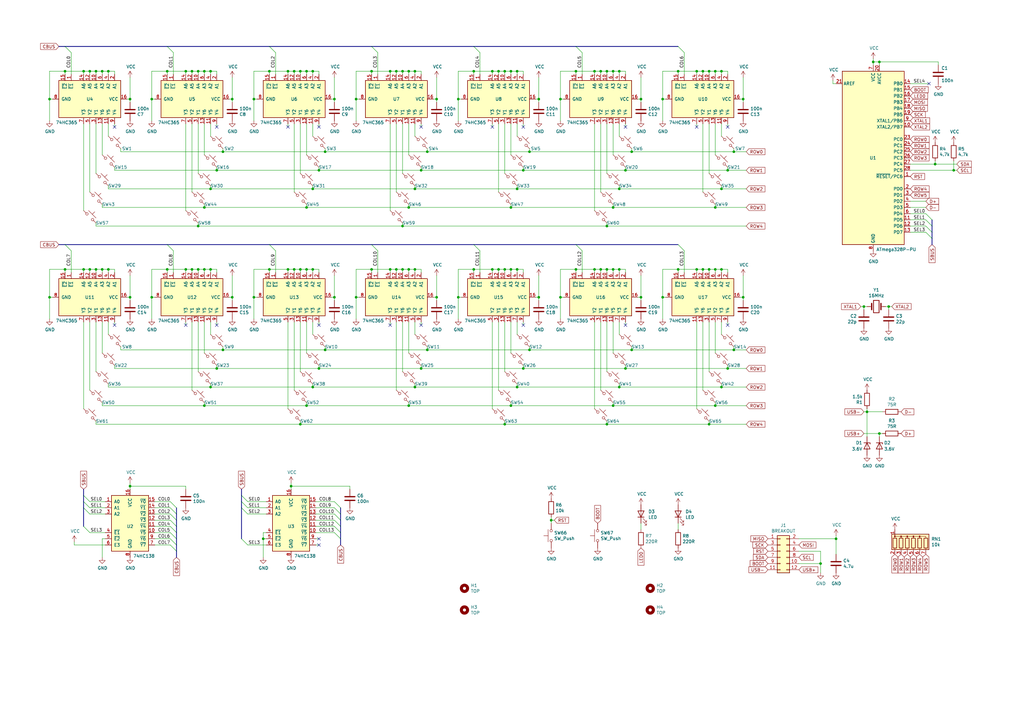
<source format=kicad_sch>
(kicad_sch (version 20211123) (generator eeschema)
  (paper "A3")
  (junction (at 358.14 25.4))
  (junction (at 107.95 220.98))
  (junction (at 130.81 69.85))
  (junction (at 290.83 110.49))
  (junction (at 36.83 29.21))
  (junction (at 81.28 29.21))
  (junction (at 187.96 121.92))
  (junction (at 118.11 110.49))
  (junction (at 214.63 151.13))
  (junction (at 209.55 29.21))
  (junction (at 285.75 29.21))
  (junction (at 179.07 40.64))
  (junction (at 167.64 166.37))
  (junction (at 39.37 110.49))
  (junction (at 259.08 143.51))
  (junction (at 78.74 110.49))
  (junction (at 271.78 40.64))
  (junction (at 248.92 173.99))
  (junction (at 20.32 121.92))
  (junction (at 293.37 29.21))
  (junction (at 152.4 110.49))
  (junction (at 336.55 231.14))
  (junction (at 304.8 40.64))
  (junction (at 256.54 69.85))
  (junction (at 91.44 62.23))
  (junction (at 175.26 143.51))
  (junction (at 254 110.49))
  (junction (at 128.27 158.75))
  (junction (at 78.74 29.21))
  (junction (at 209.55 166.37))
  (junction (at 26.67 110.49))
  (junction (at 170.18 77.47))
  (junction (at 86.36 29.21))
  (junction (at 262.89 40.64))
  (junction (at 246.38 29.21))
  (junction (at 209.55 110.49))
  (junction (at 251.46 29.21))
  (junction (at 254 29.21))
  (junction (at 364.49 125.73))
  (junction (at 175.26 62.23))
  (junction (at 179.07 121.92))
  (junction (at 288.29 110.49))
  (junction (at 172.72 69.85))
  (junction (at 298.45 151.13))
  (junction (at 165.1 110.49))
  (junction (at 278.13 29.21))
  (junction (at 217.17 62.23))
  (junction (at 39.37 29.21))
  (junction (at 201.93 110.49))
  (junction (at 128.27 77.47))
  (junction (at 162.56 29.21))
  (junction (at 41.91 110.49))
  (junction (at 152.4 29.21))
  (junction (at 360.68 25.4))
  (junction (at 295.91 158.75))
  (junction (at 76.2 29.21))
  (junction (at 278.13 110.49))
  (junction (at 104.14 40.64))
  (junction (at 201.93 29.21))
  (junction (at 293.37 166.37))
  (junction (at 133.35 143.51))
  (junction (at 133.35 62.23))
  (junction (at 36.83 110.49))
  (junction (at 83.82 29.21))
  (junction (at 165.1 29.21))
  (junction (at 217.17 143.51))
  (junction (at 146.05 121.92))
  (junction (at 76.2 110.49))
  (junction (at 104.14 121.92))
  (junction (at 243.84 110.49))
  (junction (at 207.01 110.49))
  (junction (at 34.29 110.49))
  (junction (at 123.19 110.49))
  (junction (at 355.6 168.91))
  (junction (at 248.92 92.71))
  (junction (at 293.37 110.49))
  (junction (at 226.06 213.36))
  (junction (at 304.8 121.92))
  (junction (at 207.01 29.21))
  (junction (at 194.31 110.49))
  (junction (at 172.72 151.13))
  (junction (at 53.34 121.92))
  (junction (at 220.98 121.92))
  (junction (at 95.25 121.92))
  (junction (at 162.56 110.49))
  (junction (at 290.83 29.21))
  (junction (at 110.49 110.49))
  (junction (at 187.96 40.64))
  (junction (at 160.02 29.21))
  (junction (at 160.02 110.49))
  (junction (at 41.91 29.21))
  (junction (at 251.46 85.09))
  (junction (at 44.45 29.21))
  (junction (at 204.47 29.21))
  (junction (at 248.92 29.21))
  (junction (at 118.11 29.21))
  (junction (at 194.31 29.21))
  (junction (at 243.84 29.21))
  (junction (at 360.68 177.8))
  (junction (at 300.99 62.23))
  (junction (at 262.89 121.92))
  (junction (at 285.75 110.49))
  (junction (at 383.54 67.31))
  (junction (at 88.9 151.13))
  (junction (at 125.73 166.37))
  (junction (at 81.28 92.71))
  (junction (at 123.19 173.99))
  (junction (at 95.25 40.64))
  (junction (at 120.65 29.21))
  (junction (at 165.1 92.71))
  (junction (at 68.58 110.49))
  (junction (at 229.87 121.92))
  (junction (at 354.33 125.73))
  (junction (at 53.34 199.39))
  (junction (at 130.81 151.13))
  (junction (at 236.22 110.49))
  (junction (at 125.73 85.09))
  (junction (at 293.37 85.09))
  (junction (at 20.32 40.64))
  (junction (at 295.91 29.21))
  (junction (at 68.58 29.21))
  (junction (at 259.08 62.23))
  (junction (at 170.18 29.21))
  (junction (at 123.19 29.21))
  (junction (at 125.73 110.49))
  (junction (at 44.45 110.49))
  (junction (at 83.82 166.37))
  (junction (at 212.09 110.49))
  (junction (at 254 77.47))
  (junction (at 137.16 40.64))
  (junction (at 125.73 29.21))
  (junction (at 251.46 166.37))
  (junction (at 170.18 110.49))
  (junction (at 26.67 29.21))
  (junction (at 119.38 199.39))
  (junction (at 300.99 143.51))
  (junction (at 83.82 110.49))
  (junction (at 342.9 220.98))
  (junction (at 212.09 158.75))
  (junction (at 212.09 77.47))
  (junction (at 137.16 121.92))
  (junction (at 110.49 29.21))
  (junction (at 62.23 121.92))
  (junction (at 298.45 69.85))
  (junction (at 86.36 158.75))
  (junction (at 209.55 85.09))
  (junction (at 290.83 173.99))
  (junction (at 120.65 110.49))
  (junction (at 34.29 29.21))
  (junction (at 91.44 143.51))
  (junction (at 220.98 40.64))
  (junction (at 295.91 77.47))
  (junction (at 167.64 85.09))
  (junction (at 251.46 110.49))
  (junction (at 256.54 151.13))
  (junction (at 207.01 173.99))
  (junction (at 167.64 29.21))
  (junction (at 86.36 110.49))
  (junction (at 229.87 40.64))
  (junction (at 214.63 69.85))
  (junction (at 53.34 40.64))
  (junction (at 248.92 110.49))
  (junction (at 128.27 110.49))
  (junction (at 204.47 110.49))
  (junction (at 236.22 29.21))
  (junction (at 254 158.75))
  (junction (at 83.82 85.09))
  (junction (at 271.78 121.92))
  (junction (at 246.38 110.49))
  (junction (at 170.18 158.75))
  (junction (at 146.05 40.64))
  (junction (at 212.09 29.21))
  (junction (at 288.29 29.21))
  (junction (at 81.28 110.49))
  (junction (at 62.23 40.64))
  (junction (at 391.16 69.85))
  (junction (at 88.9 69.85))
  (junction (at 295.91 110.49))
  (junction (at 86.36 77.47))
  (junction (at 167.64 110.49))
  (junction (at 128.27 29.21))
  (no_connect (at 298.45 133.35))
  (no_connect (at 256.54 133.35))
  (no_connect (at 130.81 52.07))
  (no_connect (at 130.81 133.35))
  (no_connect (at 214.63 52.07))
  (no_connect (at 160.02 133.35))
  (no_connect (at 172.72 52.07))
  (no_connect (at 214.63 133.35))
  (no_connect (at 76.2 133.35))
  (no_connect (at 298.45 52.07))
  (no_connect (at 46.99 52.07))
  (no_connect (at 285.75 52.07))
  (no_connect (at 88.9 133.35))
  (no_connect (at 256.54 52.07))
  (no_connect (at 130.81 223.52))
  (no_connect (at 130.81 220.98))
  (no_connect (at 118.11 52.07))
  (no_connect (at 46.99 133.35))
  (no_connect (at 201.93 52.07))
  (no_connect (at 88.9 52.07))
  (no_connect (at 172.72 133.35))
  (no_connect (at 381 34.29))
  (bus_entry (at 137.16 215.9) (size 2.54 2.54))
  (bus_entry (at 69.85 213.36) (size 2.54 2.54))
  (bus_entry (at 137.16 205.74) (size 2.54 2.54))
  (bus_entry (at 69.85 223.52) (size 2.54 2.54))
  (bus_entry (at 99.06 220.98) (size 2.54 2.54))
  (bus_entry (at 26.67 19.05) (size 2.54 2.54))
  (bus_entry (at 137.16 213.36) (size 2.54 2.54))
  (bus_entry (at 69.85 220.98) (size 2.54 2.54))
  (bus_entry (at 152.4 100.33) (size 2.54 2.54))
  (bus_entry (at 69.85 215.9) (size 2.54 2.54))
  (bus_entry (at 379.73 87.63) (size 2.54 2.54))
  (bus_entry (at 236.22 19.05) (size 2.54 2.54))
  (bus_entry (at 69.85 205.74) (size 2.54 2.54))
  (bus_entry (at 34.29 208.28) (size 2.54 2.54))
  (bus_entry (at 69.85 208.28) (size 2.54 2.54))
  (bus_entry (at 68.58 100.33) (size 2.54 2.54))
  (bus_entry (at 194.31 19.05) (size 2.54 2.54))
  (bus_entry (at 379.73 95.25) (size 2.54 2.54))
  (bus_entry (at 34.29 205.74) (size 2.54 2.54))
  (bus_entry (at 69.85 218.44) (size 2.54 2.54))
  (bus_entry (at 34.29 215.9) (size 2.54 2.54))
  (bus_entry (at 69.85 210.82) (size 2.54 2.54))
  (bus_entry (at 99.06 205.74) (size 2.54 2.54))
  (bus_entry (at 34.29 203.2) (size 2.54 2.54))
  (bus_entry (at 278.13 19.05) (size 2.54 2.54))
  (bus_entry (at 137.16 210.82) (size 2.54 2.54))
  (bus_entry (at 194.31 100.33) (size 2.54 2.54))
  (bus_entry (at 278.13 100.33) (size 2.54 2.54))
  (bus_entry (at 379.73 90.17) (size 2.54 2.54))
  (bus_entry (at 236.22 100.33) (size 2.54 2.54))
  (bus_entry (at 99.06 208.28) (size 2.54 2.54))
  (bus_entry (at 26.67 100.33) (size 2.54 2.54))
  (bus_entry (at 110.49 19.05) (size 2.54 2.54))
  (bus_entry (at 379.73 92.71) (size 2.54 2.54))
  (bus_entry (at 68.58 19.05) (size 2.54 2.54))
  (bus_entry (at 152.4 19.05) (size 2.54 2.54))
  (bus_entry (at 99.06 203.2) (size 2.54 2.54))
  (bus_entry (at 137.16 218.44) (size 2.54 2.54))
  (bus_entry (at 137.16 208.28) (size 2.54 2.54))
  (bus_entry (at 110.49 100.33) (size 2.54 2.54))
  (wire (pts (xy 248.92 110.49) (xy 246.38 110.49)))
  (wire (pts (xy 91.44 60.96) (xy 91.44 62.23)))
  (wire (pts (xy 214.63 50.8) (xy 214.63 52.07)))
  (wire (pts (xy 101.6 223.52) (xy 109.22 223.52)))
  (wire (pts (xy 129.54 205.74) (xy 137.16 205.74)))
  (wire (pts (xy 170.18 111.76) (xy 170.18 110.49)))
  (wire (pts (xy 214.63 30.48) (xy 214.63 29.21)))
  (wire (pts (xy 41.91 110.49) (xy 39.37 110.49)))
  (wire (pts (xy 293.37 30.48) (xy 293.37 29.21)))
  (wire (pts (xy 355.6 168.91) (xy 355.6 179.07)))
  (wire (pts (xy 83.82 85.09) (xy 125.73 85.09)))
  (wire (pts (xy 254 158.75) (xy 295.91 158.75)))
  (wire (pts (xy 41.91 166.37) (xy 83.82 166.37)))
  (wire (pts (xy 41.91 83.82) (xy 41.91 85.09)))
  (bus (pts (xy 72.39 226.06) (xy 72.39 228.6)))
  (wire (pts (xy 298.45 29.21) (xy 295.91 29.21)))
  (wire (pts (xy 107.95 220.98) (xy 109.22 220.98)))
  (wire (pts (xy 129.54 223.52) (xy 130.81 223.52)))
  (wire (pts (xy 288.29 111.76) (xy 288.29 110.49)))
  (wire (pts (xy 125.73 166.37) (xy 167.64 166.37)))
  (wire (pts (xy 137.16 40.64) (xy 137.16 41.91)))
  (bus (pts (xy 110.49 100.33) (xy 152.4 100.33)))
  (wire (pts (xy 78.74 110.49) (xy 76.2 110.49)))
  (wire (pts (xy 209.55 85.09) (xy 251.46 85.09)))
  (wire (pts (xy 39.37 110.49) (xy 36.83 110.49)))
  (wire (pts (xy 36.83 110.49) (xy 34.29 110.49)))
  (wire (pts (xy 209.55 110.49) (xy 207.01 110.49)))
  (wire (pts (xy 123.19 111.76) (xy 123.19 110.49)))
  (wire (pts (xy 128.27 111.76) (xy 128.27 110.49)))
  (wire (pts (xy 44.45 158.75) (xy 86.36 158.75)))
  (wire (pts (xy 204.47 50.8) (xy 204.47 78.74)))
  (wire (pts (xy 285.75 132.08) (xy 285.75 167.64)))
  (wire (pts (xy 360.68 25.4) (xy 384.81 25.4)))
  (wire (pts (xy 251.46 29.21) (xy 248.92 29.21)))
  (wire (pts (xy 165.1 91.44) (xy 165.1 92.71)))
  (wire (pts (xy 160.02 110.49) (xy 152.4 110.49)))
  (wire (pts (xy 214.63 29.21) (xy 212.09 29.21)))
  (wire (pts (xy 207.01 111.76) (xy 207.01 110.49)))
  (wire (pts (xy 34.29 111.76) (xy 34.29 110.49)))
  (wire (pts (xy 293.37 29.21) (xy 290.83 29.21)))
  (wire (pts (xy 76.2 50.8) (xy 76.2 86.36)))
  (wire (pts (xy 125.73 83.82) (xy 125.73 85.09)))
  (wire (pts (xy 20.32 40.64) (xy 20.32 49.53)))
  (wire (pts (xy 246.38 50.8) (xy 246.38 78.74)))
  (wire (pts (xy 133.35 60.96) (xy 133.35 62.23)))
  (wire (pts (xy 36.83 29.21) (xy 34.29 29.21)))
  (wire (pts (xy 209.55 111.76) (xy 209.55 110.49)))
  (wire (pts (xy 248.92 111.76) (xy 248.92 110.49)))
  (wire (pts (xy 217.17 62.23) (xy 259.08 62.23)))
  (wire (pts (xy 44.45 77.47) (xy 86.36 77.47)))
  (wire (pts (xy 220.98 40.64) (xy 220.98 41.91)))
  (wire (pts (xy 120.65 50.8) (xy 120.65 78.74)))
  (wire (pts (xy 36.83 210.82) (xy 43.18 210.82)))
  (wire (pts (xy 364.49 127) (xy 364.49 125.73)))
  (wire (pts (xy 128.27 76.2) (xy 128.27 77.47)))
  (wire (pts (xy 172.72 111.76) (xy 172.72 110.49)))
  (wire (pts (xy 20.32 121.92) (xy 21.59 121.92)))
  (wire (pts (xy 68.58 111.76) (xy 68.58 110.49)))
  (wire (pts (xy 214.63 151.13) (xy 256.54 151.13)))
  (bus (pts (xy 68.58 100.33) (xy 110.49 100.33)))
  (wire (pts (xy 46.99 149.86) (xy 46.99 151.13)))
  (wire (pts (xy 304.8 113.03) (xy 304.8 121.92)))
  (wire (pts (xy 298.45 132.08) (xy 298.45 133.35)))
  (wire (pts (xy 248.92 172.72) (xy 248.92 173.99)))
  (wire (pts (xy 125.73 30.48) (xy 125.73 29.21)))
  (wire (pts (xy 167.64 85.09) (xy 209.55 85.09)))
  (wire (pts (xy 34.29 29.21) (xy 26.67 29.21)))
  (wire (pts (xy 336.55 234.95) (xy 336.55 231.14)))
  (wire (pts (xy 295.91 110.49) (xy 293.37 110.49)))
  (wire (pts (xy 262.89 31.75) (xy 262.89 40.64)))
  (wire (pts (xy 39.37 91.44) (xy 39.37 92.71)))
  (wire (pts (xy 226.06 213.36) (xy 226.06 212.09)))
  (wire (pts (xy 288.29 29.21) (xy 285.75 29.21)))
  (wire (pts (xy 212.09 55.88) (xy 212.09 50.8)))
  (wire (pts (xy 125.73 111.76) (xy 125.73 110.49)))
  (wire (pts (xy 391.16 69.85) (xy 392.43 69.85)))
  (wire (pts (xy 95.25 113.03) (xy 95.25 121.92)))
  (wire (pts (xy 123.19 173.99) (xy 207.01 173.99)))
  (wire (pts (xy 160.02 50.8) (xy 160.02 86.36)))
  (wire (pts (xy 135.89 40.64) (xy 137.16 40.64)))
  (wire (pts (xy 341.63 33.02) (xy 341.63 34.29)))
  (wire (pts (xy 62.23 40.64) (xy 63.5 40.64)))
  (wire (pts (xy 363.22 125.73) (xy 364.49 125.73)))
  (wire (pts (xy 44.45 30.48) (xy 44.45 29.21)))
  (wire (pts (xy 91.44 142.24) (xy 91.44 143.51)))
  (wire (pts (xy 95.25 31.75) (xy 95.25 40.64)))
  (wire (pts (xy 278.13 29.21) (xy 271.78 29.21)))
  (wire (pts (xy 162.56 50.8) (xy 162.56 78.74)))
  (wire (pts (xy 271.78 121.92) (xy 273.05 121.92)))
  (wire (pts (xy 229.87 40.64) (xy 231.14 40.64)))
  (wire (pts (xy 107.95 220.98) (xy 107.95 228.6)))
  (wire (pts (xy 204.47 111.76) (xy 204.47 110.49)))
  (wire (pts (xy 104.14 121.92) (xy 105.41 121.92)))
  (wire (pts (xy 254 30.48) (xy 254 29.21)))
  (wire (pts (xy 26.67 29.21) (xy 20.32 29.21)))
  (wire (pts (xy 288.29 50.8) (xy 288.29 78.74)))
  (wire (pts (xy 160.02 30.48) (xy 160.02 29.21)))
  (wire (pts (xy 167.64 30.48) (xy 167.64 29.21)))
  (wire (pts (xy 373.38 87.63) (xy 379.73 87.63)))
  (wire (pts (xy 78.74 50.8) (xy 78.74 78.74)))
  (wire (pts (xy 373.38 34.29) (xy 381 34.29)))
  (wire (pts (xy 162.56 30.48) (xy 162.56 29.21)))
  (wire (pts (xy 34.29 50.8) (xy 34.29 86.36)))
  (wire (pts (xy 63.5 223.52) (xy 69.85 223.52)))
  (wire (pts (xy 212.09 111.76) (xy 212.09 110.49)))
  (wire (pts (xy 137.16 31.75) (xy 137.16 40.64)))
  (wire (pts (xy 46.99 111.76) (xy 46.99 110.49)))
  (wire (pts (xy 113.03 21.59) (xy 113.03 30.48)))
  (wire (pts (xy 243.84 50.8) (xy 243.84 86.36)))
  (wire (pts (xy 137.16 121.92) (xy 137.16 123.19)))
  (wire (pts (xy 209.55 144.78) (xy 209.55 132.08)))
  (wire (pts (xy 172.72 30.48) (xy 172.72 29.21)))
  (wire (pts (xy 209.55 83.82) (xy 209.55 85.09)))
  (wire (pts (xy 220.98 121.92) (xy 220.98 123.19)))
  (wire (pts (xy 259.08 142.24) (xy 259.08 143.51)))
  (wire (pts (xy 207.01 173.99) (xy 248.92 173.99)))
  (wire (pts (xy 229.87 121.92) (xy 231.14 121.92)))
  (wire (pts (xy 236.22 29.21) (xy 229.87 29.21)))
  (wire (pts (xy 170.18 29.21) (xy 167.64 29.21)))
  (wire (pts (xy 229.87 110.49) (xy 229.87 121.92)))
  (wire (pts (xy 251.46 166.37) (xy 293.37 166.37)))
  (wire (pts (xy 88.9 151.13) (xy 130.81 151.13)))
  (wire (pts (xy 41.91 111.76) (xy 41.91 110.49)))
  (wire (pts (xy 41.91 144.78) (xy 41.91 132.08)))
  (wire (pts (xy 170.18 76.2) (xy 170.18 77.47)))
  (wire (pts (xy 285.75 110.49) (xy 278.13 110.49)))
  (wire (pts (xy 207.01 110.49) (xy 204.47 110.49)))
  (wire (pts (xy 373.38 95.25) (xy 379.73 95.25)))
  (wire (pts (xy 179.07 121.92) (xy 179.07 123.19)))
  (wire (pts (xy 293.37 85.09) (xy 306.07 85.09)))
  (wire (pts (xy 128.27 77.47) (xy 170.18 77.47)))
  (wire (pts (xy 177.8 121.92) (xy 179.07 121.92)))
  (wire (pts (xy 26.67 111.76) (xy 26.67 110.49)))
  (bus (pts (xy 139.7 208.28) (xy 139.7 210.82)))
  (wire (pts (xy 130.81 111.76) (xy 130.81 110.49)))
  (wire (pts (xy 373.38 69.85) (xy 391.16 69.85)))
  (wire (pts (xy 298.45 149.86) (xy 298.45 151.13)))
  (wire (pts (xy 123.19 172.72) (xy 123.19 173.99)))
  (wire (pts (xy 165.1 110.49) (xy 162.56 110.49)))
  (wire (pts (xy 86.36 158.75) (xy 128.27 158.75)))
  (wire (pts (xy 162.56 110.49) (xy 160.02 110.49)))
  (wire (pts (xy 101.6 205.74) (xy 109.22 205.74)))
  (wire (pts (xy 271.78 29.21) (xy 271.78 40.64)))
  (wire (pts (xy 39.37 92.71) (xy 81.28 92.71)))
  (wire (pts (xy 227.33 213.36) (xy 226.06 213.36)))
  (wire (pts (xy 248.92 173.99) (xy 290.83 173.99)))
  (wire (pts (xy 81.28 30.48) (xy 81.28 29.21)))
  (wire (pts (xy 261.62 121.92) (xy 262.89 121.92)))
  (wire (pts (xy 358.14 25.4) (xy 360.68 25.4)))
  (wire (pts (xy 129.54 210.82) (xy 137.16 210.82)))
  (wire (pts (xy 165.1 29.21) (xy 162.56 29.21)))
  (wire (pts (xy 162.56 111.76) (xy 162.56 110.49)))
  (bus (pts (xy 152.4 100.33) (xy 194.31 100.33)))
  (wire (pts (xy 128.27 158.75) (xy 170.18 158.75)))
  (wire (pts (xy 179.07 40.64) (xy 179.07 41.91)))
  (wire (pts (xy 254 111.76) (xy 254 110.49)))
  (wire (pts (xy 130.81 69.85) (xy 172.72 69.85)))
  (wire (pts (xy 187.96 121.92) (xy 187.96 130.81)))
  (wire (pts (xy 125.73 144.78) (xy 125.73 132.08)))
  (wire (pts (xy 303.53 121.92) (xy 304.8 121.92)))
  (wire (pts (xy 123.19 71.12) (xy 123.19 50.8)))
  (wire (pts (xy 238.76 21.59) (xy 238.76 30.48)))
  (wire (pts (xy 146.05 121.92) (xy 146.05 130.81)))
  (wire (pts (xy 251.46 85.09) (xy 293.37 85.09)))
  (wire (pts (xy 170.18 55.88) (xy 170.18 50.8)))
  (wire (pts (xy 39.37 173.99) (xy 123.19 173.99)))
  (wire (pts (xy 298.45 151.13) (xy 306.07 151.13)))
  (wire (pts (xy 49.53 62.23) (xy 91.44 62.23)))
  (wire (pts (xy 214.63 69.85) (xy 256.54 69.85)))
  (wire (pts (xy 256.54 30.48) (xy 256.54 29.21)))
  (wire (pts (xy 165.1 152.4) (xy 165.1 132.08)))
  (wire (pts (xy 53.34 198.12) (xy 53.34 199.39)))
  (wire (pts (xy 160.02 111.76) (xy 160.02 110.49)))
  (wire (pts (xy 39.37 152.4) (xy 39.37 132.08)))
  (wire (pts (xy 30.48 223.52) (xy 43.18 223.52)))
  (wire (pts (xy 39.37 111.76) (xy 39.37 110.49)))
  (bus (pts (xy 34.29 200.66) (xy 34.29 203.2)))
  (wire (pts (xy 201.93 132.08) (xy 201.93 167.64)))
  (wire (pts (xy 128.27 110.49) (xy 125.73 110.49)))
  (wire (pts (xy 220.98 113.03) (xy 220.98 121.92)))
  (wire (pts (xy 34.29 110.49) (xy 26.67 110.49)))
  (wire (pts (xy 36.83 50.8) (xy 36.83 78.74)))
  (bus (pts (xy 72.39 220.98) (xy 72.39 223.52)))
  (wire (pts (xy 360.68 179.07) (xy 360.68 177.8)))
  (wire (pts (xy 20.32 110.49) (xy 20.32 121.92)))
  (wire (pts (xy 34.29 30.48) (xy 34.29 29.21)))
  (bus (pts (xy 110.49 19.05) (xy 152.4 19.05)))
  (wire (pts (xy 236.22 111.76) (xy 236.22 110.49)))
  (wire (pts (xy 256.54 68.58) (xy 256.54 69.85)))
  (wire (pts (xy 119.38 198.12) (xy 119.38 199.39)))
  (wire (pts (xy 119.38 199.39) (xy 143.51 199.39)))
  (wire (pts (xy 167.64 111.76) (xy 167.64 110.49)))
  (wire (pts (xy 41.91 165.1) (xy 41.91 166.37)))
  (wire (pts (xy 152.4 29.21) (xy 146.05 29.21)))
  (wire (pts (xy 355.6 168.91) (xy 354.33 168.91)))
  (wire (pts (xy 146.05 29.21) (xy 146.05 40.64)))
  (wire (pts (xy 196.85 102.87) (xy 196.85 111.76)))
  (wire (pts (xy 83.82 166.37) (xy 125.73 166.37)))
  (wire (pts (xy 162.56 29.21) (xy 160.02 29.21)))
  (wire (pts (xy 104.14 110.49) (xy 104.14 121.92)))
  (wire (pts (xy 256.54 110.49) (xy 254 110.49)))
  (wire (pts (xy 119.38 199.39) (xy 119.38 200.66)))
  (wire (pts (xy 327.66 226.06) (xy 336.55 226.06)))
  (wire (pts (xy 44.45 137.16) (xy 44.45 132.08)))
  (wire (pts (xy 133.35 143.51) (xy 175.26 143.51)))
  (bus (pts (xy 99.06 205.74) (xy 99.06 208.28)))
  (wire (pts (xy 130.81 50.8) (xy 130.81 52.07)))
  (wire (pts (xy 354.33 125.73) (xy 355.6 125.73)))
  (wire (pts (xy 246.38 110.49) (xy 243.84 110.49)))
  (wire (pts (xy 88.9 69.85) (xy 130.81 69.85)))
  (bus (pts (xy 99.06 208.28) (xy 99.06 220.98)))
  (bus (pts (xy 194.31 19.05) (xy 236.22 19.05)))
  (wire (pts (xy 120.65 29.21) (xy 118.11 29.21)))
  (wire (pts (xy 167.64 110.49) (xy 165.1 110.49)))
  (bus (pts (xy 382.27 92.71) (xy 382.27 95.25)))
  (wire (pts (xy 360.68 177.8) (xy 361.95 177.8)))
  (wire (pts (xy 212.09 157.48) (xy 212.09 158.75)))
  (wire (pts (xy 256.54 132.08) (xy 256.54 133.35)))
  (wire (pts (xy 290.83 173.99) (xy 306.07 173.99)))
  (wire (pts (xy 88.9 110.49) (xy 86.36 110.49)))
  (wire (pts (xy 373.38 67.31) (xy 383.54 67.31)))
  (wire (pts (xy 219.71 40.64) (xy 220.98 40.64)))
  (wire (pts (xy 306.07 62.23) (xy 300.99 62.23)))
  (wire (pts (xy 118.11 29.21) (xy 110.49 29.21)))
  (wire (pts (xy 86.36 30.48) (xy 86.36 29.21)))
  (wire (pts (xy 101.6 208.28) (xy 109.22 208.28)))
  (wire (pts (xy 68.58 30.48) (xy 68.58 29.21)))
  (wire (pts (xy 83.82 63.5) (xy 83.82 50.8)))
  (wire (pts (xy 256.54 151.13) (xy 298.45 151.13)))
  (wire (pts (xy 36.83 132.08) (xy 36.83 160.02)))
  (wire (pts (xy 251.46 83.82) (xy 251.46 85.09)))
  (wire (pts (xy 295.91 30.48) (xy 295.91 29.21)))
  (bus (pts (xy 139.7 210.82) (xy 139.7 213.36)))
  (wire (pts (xy 93.98 40.64) (xy 95.25 40.64)))
  (wire (pts (xy 129.54 218.44) (xy 137.16 218.44)))
  (wire (pts (xy 110.49 30.48) (xy 110.49 29.21)))
  (wire (pts (xy 207.01 172.72) (xy 207.01 173.99)))
  (wire (pts (xy 355.6 167.64) (xy 355.6 168.91)))
  (wire (pts (xy 133.35 62.23) (xy 175.26 62.23)))
  (bus (pts (xy 139.7 213.36) (xy 139.7 215.9)))
  (wire (pts (xy 256.54 111.76) (xy 256.54 110.49)))
  (wire (pts (xy 123.19 29.21) (xy 120.65 29.21)))
  (wire (pts (xy 187.96 29.21) (xy 187.96 40.64)))
  (wire (pts (xy 20.32 121.92) (xy 20.32 130.81)))
  (bus (pts (xy 72.39 215.9) (xy 72.39 218.44)))
  (wire (pts (xy 280.67 102.87) (xy 280.67 111.76)))
  (wire (pts (xy 83.82 111.76) (xy 83.82 110.49)))
  (wire (pts (xy 46.99 69.85) (xy 88.9 69.85)))
  (wire (pts (xy 342.9 220.98) (xy 342.9 227.33)))
  (wire (pts (xy 128.27 137.16) (xy 128.27 132.08)))
  (wire (pts (xy 86.36 76.2) (xy 86.36 77.47)))
  (wire (pts (xy 152.4 110.49) (xy 146.05 110.49)))
  (wire (pts (xy 278.13 110.49) (xy 271.78 110.49)))
  (wire (pts (xy 46.99 151.13) (xy 88.9 151.13)))
  (wire (pts (xy 288.29 132.08) (xy 288.29 160.02)))
  (bus (pts (xy 382.27 90.17) (xy 382.27 92.71)))
  (wire (pts (xy 118.11 30.48) (xy 118.11 29.21)))
  (wire (pts (xy 170.18 157.48) (xy 170.18 158.75)))
  (wire (pts (xy 63.5 208.28) (xy 69.85 208.28)))
  (wire (pts (xy 355.6 168.91) (xy 361.95 168.91)))
  (wire (pts (xy 271.78 110.49) (xy 271.78 121.92)))
  (wire (pts (xy 128.27 30.48) (xy 128.27 29.21)))
  (wire (pts (xy 384.81 25.4) (xy 384.81 26.67)))
  (wire (pts (xy 179.07 113.03) (xy 179.07 121.92)))
  (bus (pts (xy 139.7 218.44) (xy 139.7 220.98)))
  (wire (pts (xy 146.05 40.64) (xy 146.05 49.53)))
  (wire (pts (xy 46.99 30.48) (xy 46.99 29.21)))
  (wire (pts (xy 303.53 40.64) (xy 304.8 40.64)))
  (wire (pts (xy 246.38 29.21) (xy 243.84 29.21)))
  (wire (pts (xy 243.84 29.21) (xy 236.22 29.21)))
  (wire (pts (xy 236.22 110.49) (xy 229.87 110.49)))
  (wire (pts (xy 165.1 92.71) (xy 248.92 92.71)))
  (bus (pts (xy 99.06 203.2) (xy 99.06 205.74)))
  (wire (pts (xy 81.28 92.71) (xy 165.1 92.71)))
  (wire (pts (xy 342.9 220.98) (xy 342.9 219.71)))
  (wire (pts (xy 172.72 151.13) (xy 214.63 151.13)))
  (wire (pts (xy 62.23 121.92) (xy 62.23 130.81)))
  (wire (pts (xy 290.83 111.76) (xy 290.83 110.49)))
  (wire (pts (xy 175.26 142.24) (xy 175.26 143.51)))
  (wire (pts (xy 76.2 30.48) (xy 76.2 29.21)))
  (wire (pts (xy 373.38 85.09) (xy 379.73 85.09)))
  (wire (pts (xy 261.62 40.64) (xy 262.89 40.64)))
  (wire (pts (xy 129.54 208.28) (xy 137.16 208.28)))
  (wire (pts (xy 91.44 62.23) (xy 133.35 62.23)))
  (wire (pts (xy 36.83 208.28) (xy 43.18 208.28)))
  (wire (pts (xy 146.05 121.92) (xy 147.32 121.92)))
  (bus (pts (xy 152.4 19.05) (xy 194.31 19.05)))
  (wire (pts (xy 95.25 121.92) (xy 95.25 123.19)))
  (wire (pts (xy 194.31 111.76) (xy 194.31 110.49)))
  (wire (pts (xy 212.09 77.47) (xy 254 77.47)))
  (wire (pts (xy 76.2 29.21) (xy 68.58 29.21)))
  (wire (pts (xy 293.37 111.76) (xy 293.37 110.49)))
  (wire (pts (xy 295.91 77.47) (xy 306.07 77.47)))
  (wire (pts (xy 229.87 121.92) (xy 229.87 130.81)))
  (wire (pts (xy 68.58 110.49) (xy 62.23 110.49)))
  (wire (pts (xy 125.73 63.5) (xy 125.73 50.8)))
  (wire (pts (xy 165.1 71.12) (xy 165.1 50.8)))
  (wire (pts (xy 229.87 29.21) (xy 229.87 40.64)))
  (wire (pts (xy 214.63 68.58) (xy 214.63 69.85)))
  (wire (pts (xy 285.75 50.8) (xy 285.75 52.07)))
  (wire (pts (xy 209.55 166.37) (xy 251.46 166.37)))
  (wire (pts (xy 88.9 68.58) (xy 88.9 69.85)))
  (wire (pts (xy 36.83 218.44) (xy 43.18 218.44)))
  (wire (pts (xy 293.37 83.82) (xy 293.37 85.09)))
  (wire (pts (xy 49.53 60.96) (xy 49.53 62.23)))
  (wire (pts (xy 91.44 143.51) (xy 133.35 143.51)))
  (wire (pts (xy 259.08 60.96) (xy 259.08 62.23)))
  (wire (pts (xy 196.85 21.59) (xy 196.85 30.48)))
  (wire (pts (xy 251.46 111.76) (xy 251.46 110.49)))
  (wire (pts (xy 383.54 67.31) (xy 383.54 66.04)))
  (wire (pts (xy 207.01 30.48) (xy 207.01 29.21)))
  (wire (pts (xy 251.46 144.78) (xy 251.46 132.08)))
  (wire (pts (xy 170.18 137.16) (xy 170.18 132.08)))
  (bus (pts (xy 236.22 100.33) (xy 278.13 100.33)))
  (wire (pts (xy 336.55 226.06) (xy 336.55 231.14)))
  (wire (pts (xy 298.45 110.49) (xy 295.91 110.49)))
  (wire (pts (xy 187.96 110.49) (xy 187.96 121.92)))
  (wire (pts (xy 212.09 30.48) (xy 212.09 29.21)))
  (wire (pts (xy 41.91 220.98) (xy 43.18 220.98)))
  (wire (pts (xy 201.93 50.8) (xy 201.93 52.07)))
  (bus (pts (xy 194.31 100.33) (xy 236.22 100.33)))
  (wire (pts (xy 293.37 166.37) (xy 306.07 166.37)))
  (wire (pts (xy 243.84 111.76) (xy 243.84 110.49)))
  (wire (pts (xy 278.13 217.17) (xy 278.13 214.63)))
  (wire (pts (xy 212.09 76.2) (xy 212.09 77.47)))
  (wire (pts (xy 88.9 132.08) (xy 88.9 133.35)))
  (wire (pts (xy 125.73 29.21) (xy 123.19 29.21)))
  (wire (pts (xy 236.22 30.48) (xy 236.22 29.21)))
  (wire (pts (xy 130.81 132.08) (xy 130.81 133.35)))
  (wire (pts (xy 146.05 40.64) (xy 147.32 40.64)))
  (wire (pts (xy 290.83 30.48) (xy 290.83 29.21)))
  (bus (pts (xy 72.39 210.82) (xy 72.39 213.36)))
  (wire (pts (xy 86.36 77.47) (xy 128.27 77.47)))
  (wire (pts (xy 246.38 111.76) (xy 246.38 110.49)))
  (wire (pts (xy 262.89 217.17) (xy 262.89 214.63)))
  (wire (pts (xy 120.65 30.48) (xy 120.65 29.21)))
  (wire (pts (xy 214.63 111.76) (xy 214.63 110.49)))
  (wire (pts (xy 358.14 24.13) (xy 358.14 25.4)))
  (wire (pts (xy 170.18 110.49) (xy 167.64 110.49)))
  (wire (pts (xy 88.9 29.21) (xy 86.36 29.21)))
  (wire (pts (xy 217.17 142.24) (xy 217.17 143.51)))
  (bus (pts (xy 68.58 19.05) (xy 110.49 19.05)))
  (wire (pts (xy 248.92 29.21) (xy 246.38 29.21)))
  (wire (pts (xy 295.91 137.16) (xy 295.91 132.08)))
  (wire (pts (xy 81.28 71.12) (xy 81.28 50.8)))
  (wire (pts (xy 86.36 111.76) (xy 86.36 110.49)))
  (wire (pts (xy 172.72 69.85) (xy 214.63 69.85)))
  (wire (pts (xy 220.98 31.75) (xy 220.98 40.64)))
  (wire (pts (xy 254 29.21) (xy 251.46 29.21)))
  (wire (pts (xy 207.01 152.4) (xy 207.01 132.08)))
  (wire (pts (xy 52.07 40.64) (xy 53.34 40.64)))
  (bus (pts (xy 72.39 213.36) (xy 72.39 215.9)))
  (wire (pts (xy 194.31 29.21) (xy 187.96 29.21)))
  (wire (pts (xy 30.48 222.25) (xy 30.48 223.52)))
  (wire (pts (xy 154.94 21.59) (xy 154.94 30.48)))
  (wire (pts (xy 46.99 50.8) (xy 46.99 52.07)))
  (wire (pts (xy 129.54 220.98) (xy 130.81 220.98)))
  (wire (pts (xy 229.87 40.64) (xy 229.87 49.53)))
  (wire (pts (xy 212.09 158.75) (xy 254 158.75)))
  (wire (pts (xy 354.33 127) (xy 354.33 125.73)))
  (wire (pts (xy 143.51 199.39) (xy 143.51 200.66)))
  (wire (pts (xy 360.68 25.4) (xy 360.68 26.67)))
  (wire (pts (xy 256.54 69.85) (xy 298.45 69.85)))
  (wire (pts (xy 62.23 121.92) (xy 63.5 121.92)))
  (wire (pts (xy 53.34 40.64) (xy 53.34 41.91)))
  (wire (pts (xy 123.19 30.48) (xy 123.19 29.21)))
  (wire (pts (xy 104.14 121.92) (xy 104.14 130.81)))
  (wire (pts (xy 209.55 63.5) (xy 209.55 50.8)))
  (wire (pts (xy 118.11 132.08) (xy 118.11 167.64)))
  (wire (pts (xy 44.45 76.2) (xy 44.45 77.47)))
  (wire (pts (xy 46.99 68.58) (xy 46.99 69.85)))
  (wire (pts (xy 113.03 102.87) (xy 113.03 111.76)))
  (wire (pts (xy 170.18 158.75) (xy 212.09 158.75)))
  (wire (pts (xy 137.16 113.03) (xy 137.16 121.92)))
  (wire (pts (xy 298.45 30.48) (xy 298.45 29.21)))
  (wire (pts (xy 251.46 30.48) (xy 251.46 29.21)))
  (wire (pts (xy 46.99 29.21) (xy 44.45 29.21)))
  (wire (pts (xy 76.2 199.39) (xy 76.2 200.66)))
  (wire (pts (xy 254 76.2) (xy 254 77.47)))
  (wire (pts (xy 170.18 77.47) (xy 212.09 77.47)))
  (wire (pts (xy 41.91 29.21) (xy 39.37 29.21)))
  (wire (pts (xy 44.45 29.21) (xy 41.91 29.21)))
  (wire (pts (xy 298.45 68.58) (xy 298.45 69.85)))
  (wire (pts (xy 120.65 132.08) (xy 120.65 160.02)))
  (wire (pts (xy 130.81 149.86) (xy 130.81 151.13)))
  (wire (pts (xy 63.5 220.98) (xy 69.85 220.98)))
  (wire (pts (xy 204.47 132.08) (xy 204.47 160.02)))
  (wire (pts (xy 293.37 165.1) (xy 293.37 166.37)))
  (wire (pts (xy 209.55 165.1) (xy 209.55 166.37)))
  (wire (pts (xy 207.01 29.21) (xy 204.47 29.21)))
  (wire (pts (xy 304.8 121.92) (xy 304.8 123.19)))
  (wire (pts (xy 34.29 132.08) (xy 34.29 167.64)))
  (wire (pts (xy 62.23 110.49) (xy 62.23 121.92)))
  (wire (pts (xy 88.9 149.86) (xy 88.9 151.13)))
  (wire (pts (xy 391.16 69.85) (xy 391.16 66.04)))
  (wire (pts (xy 104.14 29.21) (xy 104.14 40.64)))
  (wire (pts (xy 204.47 110.49) (xy 201.93 110.49)))
  (wire (pts (xy 53.34 199.39) (xy 53.34 200.66)))
  (wire (pts (xy 123.19 152.4) (xy 123.19 132.08)))
  (wire (pts (xy 212.09 110.49) (xy 209.55 110.49)))
  (wire (pts (xy 83.82 144.78) (xy 83.82 132.08)))
  (wire (pts (xy 187.96 40.64) (xy 187.96 49.53)))
  (wire (pts (xy 214.63 149.86) (xy 214.63 151.13)))
  (bus (pts (xy 34.29 208.28) (xy 34.29 215.9)))
  (wire (pts (xy 254 110.49) (xy 251.46 110.49)))
  (wire (pts (xy 217.17 60.96) (xy 217.17 62.23)))
  (wire (pts (xy 167.64 165.1) (xy 167.64 166.37)))
  (wire (pts (xy 217.17 143.51) (xy 259.08 143.51)))
  (wire (pts (xy 278.13 111.76) (xy 278.13 110.49)))
  (wire (pts (xy 248.92 92.71) (xy 306.07 92.71)))
  (wire (pts (xy 207.01 71.12) (xy 207.01 50.8)))
  (wire (pts (xy 243.84 30.48) (xy 243.84 29.21)))
  (wire (pts (xy 104.14 40.64) (xy 104.14 49.53)))
  (wire (pts (xy 49.53 143.51) (xy 91.44 143.51)))
  (wire (pts (xy 162.56 132.08) (xy 162.56 160.02)))
  (wire (pts (xy 52.07 121.92) (xy 53.34 121.92)))
  (wire (pts (xy 194.31 110.49) (xy 187.96 110.49)))
  (wire (pts (xy 135.89 121.92) (xy 137.16 121.92)))
  (bus (pts (xy 139.7 215.9) (xy 139.7 218.44)))
  (bus (pts (xy 139.7 220.98) (xy 139.7 223.52)))
  (wire (pts (xy 41.91 63.5) (xy 41.91 50.8)))
  (wire (pts (xy 123.19 110.49) (xy 120.65 110.49)))
  (wire (pts (xy 86.36 55.88) (xy 86.36 50.8)))
  (wire (pts (xy 254 55.88) (xy 254 50.8)))
  (wire (pts (xy 63.5 215.9) (xy 69.85 215.9)))
  (wire (pts (xy 36.83 30.48) (xy 36.83 29.21)))
  (wire (pts (xy 295.91 55.88) (xy 295.91 50.8)))
  (wire (pts (xy 285.75 29.21) (xy 278.13 29.21)))
  (wire (pts (xy 293.37 110.49) (xy 290.83 110.49)))
  (bus (pts (xy 24.13 100.33) (xy 26.67 100.33)))
  (wire (pts (xy 288.29 110.49) (xy 285.75 110.49)))
  (wire (pts (xy 53.34 113.03) (xy 53.34 121.92)))
  (wire (pts (xy 246.38 132.08) (xy 246.38 160.02)))
  (wire (pts (xy 373.38 92.71) (xy 379.73 92.71)))
  (wire (pts (xy 110.49 29.21) (xy 104.14 29.21)))
  (wire (pts (xy 306.07 143.51) (xy 300.99 143.51)))
  (wire (pts (xy 76.2 132.08) (xy 76.2 133.35)))
  (wire (pts (xy 290.83 172.72) (xy 290.83 173.99)))
  (wire (pts (xy 63.5 213.36) (xy 69.85 213.36)))
  (wire (pts (xy 300.99 60.96) (xy 300.99 62.23)))
  (wire (pts (xy 259.08 143.51) (xy 300.99 143.51)))
  (wire (pts (xy 86.36 110.49) (xy 83.82 110.49)))
  (wire (pts (xy 44.45 110.49) (xy 41.91 110.49)))
  (wire (pts (xy 62.23 40.64) (xy 62.23 49.53)))
  (wire (pts (xy 256.54 29.21) (xy 254 29.21)))
  (bus (pts (xy 72.39 223.52) (xy 72.39 226.06)))
  (wire (pts (xy 175.26 60.96) (xy 175.26 62.23)))
  (wire (pts (xy 118.11 110.49) (xy 110.49 110.49)))
  (wire (pts (xy 373.38 90.17) (xy 379.73 90.17)))
  (wire (pts (xy 107.95 218.44) (xy 109.22 218.44)))
  (wire (pts (xy 179.07 31.75) (xy 179.07 40.64)))
  (wire (pts (xy 167.64 144.78) (xy 167.64 132.08)))
  (wire (pts (xy 95.25 40.64) (xy 95.25 41.91)))
  (wire (pts (xy 83.82 30.48) (xy 83.82 29.21)))
  (wire (pts (xy 295.91 157.48) (xy 295.91 158.75)))
  (wire (pts (xy 165.1 30.48) (xy 165.1 29.21)))
  (wire (pts (xy 44.45 157.48) (xy 44.45 158.75)))
  (wire (pts (xy 187.96 121.92) (xy 189.23 121.92)))
  (wire (pts (xy 288.29 30.48) (xy 288.29 29.21)))
  (wire (pts (xy 304.8 40.64) (xy 304.8 41.91)))
  (wire (pts (xy 83.82 110.49) (xy 81.28 110.49)))
  (wire (pts (xy 254 77.47) (xy 295.91 77.47)))
  (wire (pts (xy 53.34 31.75) (xy 53.34 40.64)))
  (wire (pts (xy 129.54 213.36) (xy 137.16 213.36)))
  (wire (pts (xy 306.07 158.75) (xy 295.91 158.75)))
  (wire (pts (xy 167.64 166.37) (xy 209.55 166.37)))
  (wire (pts (xy 336.55 231.14) (xy 327.66 231.14)))
  (wire (pts (xy 160.02 29.21) (xy 152.4 29.21)))
  (wire (pts (xy 39.37 172.72) (xy 39.37 173.99)))
  (wire (pts (xy 172.72 50.8) (xy 172.72 52.07)))
  (bus (pts (xy 72.39 208.28) (xy 72.39 210.82)))
  (bus (pts (xy 34.29 205.74) (xy 34.29 208.28)))
  (wire (pts (xy 383.54 67.31) (xy 392.43 67.31)))
  (wire (pts (xy 86.36 29.21) (xy 83.82 29.21)))
  (wire (pts (xy 26.67 30.48) (xy 26.67 29.21)))
  (wire (pts (xy 68.58 29.21) (xy 62.23 29.21)))
  (wire (pts (xy 36.83 111.76) (xy 36.83 110.49)))
  (wire (pts (xy 238.76 102.87) (xy 238.76 111.76)))
  (wire (pts (xy 154.94 102.87) (xy 154.94 111.76)))
  (wire (pts (xy 295.91 29.21) (xy 293.37 29.21)))
  (wire (pts (xy 101.6 210.82) (xy 109.22 210.82)))
  (wire (pts (xy 133.35 142.24) (xy 133.35 143.51)))
  (wire (pts (xy 254 157.48) (xy 254 158.75)))
  (wire (pts (xy 251.46 110.49) (xy 248.92 110.49)))
  (wire (pts (xy 107.95 220.98) (xy 107.95 218.44)))
  (wire (pts (xy 81.28 29.21) (xy 78.74 29.21)))
  (wire (pts (xy 262.89 40.64) (xy 262.89 41.91)))
  (wire (pts (xy 26.67 110.49) (xy 20.32 110.49)))
  (wire (pts (xy 78.74 29.21) (xy 76.2 29.21)))
  (wire (pts (xy 104.14 40.64) (xy 105.41 40.64)))
  (wire (pts (xy 118.11 111.76) (xy 118.11 110.49)))
  (wire (pts (xy 194.31 30.48) (xy 194.31 29.21)))
  (wire (pts (xy 201.93 111.76) (xy 201.93 110.49)))
  (wire (pts (xy 20.32 29.21) (xy 20.32 40.64)))
  (wire (pts (xy 285.75 30.48) (xy 285.75 29.21)))
  (wire (pts (xy 358.14 25.4) (xy 358.14 26.67)))
  (wire (pts (xy 81.28 91.44) (xy 81.28 92.71)))
  (wire (pts (xy 110.49 111.76) (xy 110.49 110.49)))
  (wire (pts (xy 128.27 29.21) (xy 125.73 29.21)))
  (wire (pts (xy 29.21 21.59) (xy 29.21 30.48)))
  (wire (pts (xy 204.47 30.48) (xy 204.47 29.21)))
  (wire (pts (xy 146.05 110.49) (xy 146.05 121.92)))
  (wire (pts (xy 226.06 214.63) (xy 226.06 213.36)))
  (wire (pts (xy 110.49 110.49) (xy 104.14 110.49)))
  (bus (pts (xy 99.06 200.66) (xy 99.06 203.2)))
  (wire (pts (xy 172.72 149.86) (xy 172.72 151.13)))
  (wire (pts (xy 177.8 40.64) (xy 179.07 40.64)))
  (wire (pts (xy 300.99 142.24) (xy 300.99 143.51)))
  (wire (pts (xy 170.18 30.48) (xy 170.18 29.21)))
  (wire (pts (xy 71.12 102.87) (xy 71.12 111.76)))
  (wire (pts (xy 360.68 177.8) (xy 354.33 177.8)))
  (wire (pts (xy 39.37 30.48) (xy 39.37 29.21)))
  (wire (pts (xy 71.12 21.59) (xy 71.12 30.48)))
  (wire (pts (xy 172.72 110.49) (xy 170.18 110.49)))
  (wire (pts (xy 256.54 149.86) (xy 256.54 151.13)))
  (wire (pts (xy 125.73 110.49) (xy 123.19 110.49)))
  (wire (pts (xy 125.73 165.1) (xy 125.73 166.37)))
  (wire (pts (xy 44.45 111.76) (xy 44.45 110.49)))
  (wire (pts (xy 172.72 29.21) (xy 170.18 29.21)))
  (wire (pts (xy 76.2 111.76) (xy 76.2 110.49)))
  (wire (pts (xy 353.06 125.73) (xy 354.33 125.73)))
  (wire (pts (xy 39.37 71.12) (xy 39.37 50.8)))
  (wire (pts (xy 63.5 210.82) (xy 69.85 210.82)))
  (wire (pts (xy 83.82 165.1) (xy 83.82 166.37)))
  (wire (pts (xy 243.84 110.49) (xy 236.22 110.49)))
  (wire (pts (xy 130.81 29.21) (xy 128.27 29.21)))
  (bus (pts (xy 72.39 218.44) (xy 72.39 220.98)))
  (wire (pts (xy 259.08 62.23) (xy 300.99 62.23)))
  (wire (pts (xy 290.83 71.12) (xy 290.83 50.8)))
  (wire (pts (xy 298.45 69.85) (xy 306.07 69.85)))
  (wire (pts (xy 262.89 113.03) (xy 262.89 121.92)))
  (wire (pts (xy 83.82 83.82) (xy 83.82 85.09)))
  (bus (pts (xy 26.67 19.05) (xy 68.58 19.05)))
  (bus (pts (xy 382.27 97.79) (xy 382.27 100.33)))
  (wire (pts (xy 290.83 29.21) (xy 288.29 29.21)))
  (wire (pts (xy 130.81 151.13) (xy 172.72 151.13)))
  (wire (pts (xy 293.37 63.5) (xy 293.37 50.8)))
  (wire (pts (xy 93.98 121.92) (xy 95.25 121.92)))
  (wire (pts (xy 373.38 82.55) (xy 379.73 82.55)))
  (wire (pts (xy 251.46 63.5) (xy 251.46 50.8)))
  (wire (pts (xy 271.78 40.64) (xy 271.78 49.53)))
  (wire (pts (xy 86.36 157.48) (xy 86.36 158.75)))
  (wire (pts (xy 298.45 111.76) (xy 298.45 110.49)))
  (wire (pts (xy 254 137.16) (xy 254 132.08)))
  (wire (pts (xy 88.9 50.8) (xy 88.9 52.07)))
  (wire (pts (xy 53.34 121.92) (xy 53.34 123.19)))
  (wire (pts (xy 152.4 111.76) (xy 152.4 110.49)))
  (wire (pts (xy 78.74 132.08) (xy 78.74 160.02)))
  (wire (pts (xy 290.83 152.4) (xy 290.83 132.08)))
  (wire (pts (xy 246.38 30.48) (xy 246.38 29.21)))
  (wire (pts (xy 86.36 137.16) (xy 86.36 132.08)))
  (wire (pts (xy 41.91 228.6) (xy 41.91 220.98)))
  (wire (pts (xy 39.37 29.21) (xy 36.83 29.21)))
  (wire (pts (xy 152.4 30.48) (xy 152.4 29.21)))
  (wire (pts (xy 271.78 40.64) (xy 273.05 40.64)))
  (wire (pts (xy 201.93 30.48) (xy 201.93 29.21)))
  (wire (pts (xy 201.93 29.21) (xy 194.31 29.21)))
  (bus (pts (xy 24.13 19.05) (xy 26.67 19.05)))
  (wire (pts (xy 285.75 111.76) (xy 285.75 110.49)))
  (wire (pts (xy 175.26 143.51) (xy 217.17 143.51)))
  (wire (pts (xy 41.91 30.48) (xy 41.91 29.21)))
  (wire (pts (xy 341.63 34.29) (xy 342.9 34.29)))
  (wire (pts (xy 83.82 29.21) (xy 81.28 29.21)))
  (wire (pts (xy 63.5 205.74) (xy 69.85 205.74)))
  (wire (pts (xy 62.23 29.21) (xy 62.23 40.64)))
  (wire (pts (xy 209.55 30.48) (xy 209.55 29.21)))
  (bus (pts (xy 34.29 203.2) (xy 34.29 205.74)))
  (bus (pts (xy 26.67 100.33) (xy 68.58 100.33)))
  (wire (pts (xy 295.91 76.2) (xy 295.91 77.47)))
  (wire (pts (xy 187.96 40.64) (xy 189.23 40.64)))
  (wire (pts (xy 130.81 68.58) (xy 130.81 69.85)))
  (wire (pts (xy 175.26 62.23) (xy 217.17 62.23)))
  (wire (pts (xy 293.37 144.78) (xy 293.37 132.08)))
  (wire (pts (xy 63.5 218.44) (xy 69.85 218.44)))
  (wire (pts (xy 201.93 110.49) (xy 194.31 110.49)))
  (wire (pts (xy 304.8 31.75) (xy 304.8 40.64)))
  (bus (pts (xy 382.27 95.25) (xy 382.27 97.79)))
  (wire (pts (xy 128.27 157.48) (xy 128.27 158.75)))
  (wire (pts (xy 44.45 55.88) (xy 44.45 50.8)))
  (wire (pts (xy 120.65 110.49) (xy 118.11 110.49)))
  (wire (pts (xy 327.66 220.98) (xy 342.9 220.98)))
  (wire (pts (xy 212.09 29.21) (xy 209.55 29.21)))
  (wire (pts (xy 212.09 137.16) (xy 212.09 132.08)))
  (wire (pts (xy 78.74 30.48) (xy 78.74 29.21)))
  (wire (pts (xy 248.92 91.44) (xy 248.92 92.71)))
  (wire (pts (xy 248.92 152.4) (xy 248.92 132.08)))
  (wire (pts (xy 256.54 50.8) (xy 256.54 52.07)))
  (wire (pts (xy 165.1 111.76) (xy 165.1 110.49)))
  (wire (pts (xy 78.74 111.76) (xy 78.74 110.49)))
  (wire (pts (xy 130.81 30.48) (xy 130.81 29.21)))
  (wire (pts (xy 53.34 199.39) (xy 76.2 199.39)))
  (wire (pts (xy 88.9 111.76) (xy 88.9 110.49)))
  (wire (pts (xy 172.72 132.08) (xy 172.72 133.35)))
  (wire (pts (xy 130.81 110.49) (xy 128.27 110.49)))
  (wire (pts (xy 280.67 21.59) (xy 280.67 30.48)))
  (wire (pts (xy 128.27 55.88) (xy 128.27 50.8)))
  (wire (pts (xy 160.02 132.08) (xy 160.02 133.35)))
  (wire (pts (xy 209.55 29.21) (xy 207.01 29.21)))
  (wire (pts (xy 41.91 85.09) (xy 83.82 85.09)))
  (wire (pts (xy 49.53 142.24) (xy 49.53 143.51)))
  (wire (pts (xy 167.64 83.82) (xy 167.64 85.09)))
  (wire (pts (xy 172.72 68.58) (xy 172.72 69.85)))
  (wire (pts (xy 271.78 121.92) (xy 271.78 130.81)))
  (wire (pts (xy 204.47 29.21) (xy 201.93 29.21)))
  (wire (pts (xy 81.28 152.4) (xy 81.28 132.08)))
  (wire (pts (xy 81.28 110.49) (xy 78.74 110.49)))
  (wire (pts (xy 46.99 132.08) (xy 46.99 133.35)))
  (wire (pts (xy 248.92 30.48) (xy 248.92 29.21)))
  (wire (pts (xy 167.64 63.5) (xy 167.64 50.8)))
  (wire (pts (xy 76.2 110.49) (xy 68.58 110.49)))
  (wire (pts (xy 29.21 102.87) (xy 29.21 111.76)))
  (wire (pts (xy 290.83 110.49) (xy 288.29 110.49)))
  (wire (pts (xy 214.63 110.49) (xy 212.09 110.49)))
  (wire (pts (xy 167.64 29.21) (xy 165.1 29.21)))
  (wire (pts (xy 129.54 215.9) (xy 137.16 215.9)))
  (wire (pts (xy 118.11 50.8) (xy 118.11 52.07)))
  (wire (pts (xy 88.9 30.48) (xy 88.9 29.21)))
  (bus (pts (xy 236.22 19.05) (xy 278.13 19.05)))
  (wire (pts (xy 120.65 111.76) (xy 120.65 110.49)))
  (wire (pts (xy 278.13 30.48) (xy 278.13 29.21)))
  (wire (pts (xy 295.91 111.76) (xy 295.91 110.49)))
  (wire (pts (xy 20.32 40.64) (xy 21.59 40.64)))
  (wire (pts (xy 262.89 121.92) (xy 262.89 123.19)))
  (wire (pts (xy 364.49 125.73) (xy 365.76 125.73)))
  (wire (pts (xy 298.45 50.8) (xy 298.45 52.07)))
  (wire (pts (xy 125.73 85.09) (xy 167.64 85.09)))
  (wire (pts (xy 248.92 71.12) (xy 248.92 50.8)))
  (wire (pts (xy 36.83 205.74) (xy 43.18 205.74)))
  (wire (pts (xy 219.71 121.92) (xy 220.98 121.92)))
  (wire (pts (xy 81.28 111.76) (xy 81.28 110.49)))
  (wire (pts (xy 251.46 165.1) (xy 251.46 166.37)))
  (wire (pts (xy 243.84 132.08) (xy 243.84 167.64)))
  (wire (pts (xy 46.99 110.49) (xy 44.45 110.49)))
  (wire (pts (xy 214.63 132.08) (xy 214.63 133.35)))
  (label "COL8" (at 71.12 109.22 90))
  (label "COL10" (at 130.81 210.82 0))
  (label "SEL2" (at 374.65 92.71 0))
  (label "SEL2" (at 41.91 210.82 180))
  (label "COL4" (at 196.85 27.94 90))
  (label "SEL3" (at 374.65 95.25 0))
  (label "COL5" (at 64.77 218.44 0))
  (label "COL10" (at 154.94 109.22 90))
  (label "COL8" (at 130.81 205.74 0))
  (label "COL2" (at 64.77 210.82 0))
  (label "COL13" (at 130.81 218.44 0))
  (label "COL3" (at 64.77 213.36 0))
  (label "COL7" (at 29.21 109.22 90))
  (label "COL5" (at 238.76 27.94 90))
  (label "COL2" (at 113.03 27.94 90))
  (label "COL4" (at 64.77 215.9 0))
  (label "SEL0" (at 41.91 205.74 180))
  (label "SEL3" (at 41.91 218.44 180))
  (label "COL0" (at 64.77 205.74 0))
  (label "SEL3" (at 106.68 223.52 180))
  (label "SEL1" (at 106.68 208.28 180))
  (label "COL9" (at 130.81 208.28 0))
  (label "COL12" (at 238.76 109.22 90))
  (label "COL3" (at 154.94 27.94 90))
  (label "COL11" (at 130.81 213.36 0))
  (label "COL6" (at 280.67 27.94 90))
  (label "SEL4" (at 374.65 34.29 0))
  (label "COL9" (at 113.03 109.22 90))
  (label "SEL1" (at 41.91 208.28 180))
  (label "COL12" (at 130.81 215.9 0))
  (label "COL11" (at 196.85 109.22 90))
  (label "COL7" (at 64.77 223.52 0))
  (label "SEL1" (at 374.65 90.17 0))
  (label "SEL0" (at 106.68 205.74 180))
  (label "SEL2" (at 106.68 210.82 180))
  (label "SEL0" (at 374.65 87.63 0))
  (label "COL0" (at 29.21 27.94 90))
  (label "COL6" (at 64.77 220.98 0))
  (label "COL1" (at 64.77 208.28 0))
  (label "COL1" (at 71.12 27.94 90))
  (label "COL13" (at 280.67 109.22 90))
  (global_label "ROW5" (shape input) (at 379.73 227.33 270) (property "Intersheet References" "${INTERSHEET_REFS}" (effects hide)))
  (global_label "SCK" (shape input) (at 314.96 223.52 180) (property "Intersheet References" "${INTERSHEET_REFS}" (effects hide)))
  (global_label "ROW1" (shape input) (at 306.07 151.13 0) (property "Intersheet References" "${INTERSHEET_REFS}" (effects hide)))
  (global_label "ROW2" (shape input) (at 372.11 227.33 270) (property "Intersheet References" "${INTERSHEET_REFS}" (effects hide)))
  (global_label "D+" (shape input) (at 379.73 82.55 0) (property "Intersheet References" "${INTERSHEET_REFS}" (effects hide)))
  (global_label "USB-" (shape input) (at 314.96 233.68 180) (property "Intersheet References" "${INTERSHEET_REFS}" (effects hide)))
  (global_label "XTAL2" (shape input) (at 373.38 52.07 0) (property "Intersheet References" "${INTERSHEET_REFS}" (effects hide)))
  (global_label "BOOT" (shape input) (at 314.96 231.14 180) (property "Intersheet References" "${INTERSHEET_REFS}" (effects hide)))
  (global_label "MOSI" (shape input) (at 373.38 41.91 0) (property "Intersheet References" "${INTERSHEET_REFS}" (effects hide)))
  (global_label "ROW1" (shape input) (at 369.57 227.33 270) (property "Intersheet References" "${INTERSHEET_REFS}" (effects hide)))
  (global_label "ROW3" (shape input) (at 306.07 85.09 0) (property "Intersheet References" "${INTERSHEET_REFS}" (effects hide)))
  (global_label "CBUS" (shape input) (at 24.13 100.33 180) (property "Intersheet References" "${INTERSHEET_REFS}" (effects hide)))
  (global_label "ROW3" (shape input) (at 306.07 166.37 0) (property "Intersheet References" "${INTERSHEET_REFS}" (effects hide)))
  (global_label "USB+" (shape input) (at 354.33 177.8 180) (property "Intersheet References" "${INTERSHEET_REFS}" (effects hide)))
  (global_label "SBUS" (shape input) (at 99.06 200.66 90) (property "Intersheet References" "${INTERSHEET_REFS}" (effects hide)))
  (global_label "SCK" (shape input) (at 373.38 46.99 0) (property "Intersheet References" "${INTERSHEET_REFS}" (effects hide)))
  (global_label "LED0" (shape input) (at 262.89 224.79 270) (property "Intersheet References" "${INTERSHEET_REFS}" (effects hide)))
  (global_label "ROW2" (shape input) (at 306.07 158.75 0) (property "Intersheet References" "${INTERSHEET_REFS}" (effects hide)))
  (global_label "CBUS" (shape input) (at 72.39 228.6 270) (property "Intersheet References" "${INTERSHEET_REFS}" (effects hide)))
  (global_label "SBUS" (shape input) (at 34.29 200.66 90) (property "Intersheet References" "${INTERSHEET_REFS}" (effects hide)))
  (global_label "XTAL1" (shape input) (at 353.06 125.73 180) (property "Intersheet References" "${INTERSHEET_REFS}" (effects hide)))
  (global_label "RST" (shape input) (at 314.96 226.06 180) (property "Intersheet References" "${INTERSHEET_REFS}" (effects hide)))
  (global_label "MISO" (shape input) (at 373.38 44.45 0) (property "Intersheet References" "${INTERSHEET_REFS}" (effects hide)))
  (global_label "ROW0" (shape input) (at 306.07 62.23 0) (property "Intersheet References" "${INTERSHEET_REFS}" (effects hide)))
  (global_label "MISO" (shape input) (at 314.96 220.98 180) (property "Intersheet References" "${INTERSHEET_REFS}" (effects hide)))
  (global_label "SDA" (shape input) (at 392.43 67.31 0) (property "Intersheet References" "${INTERSHEET_REFS}" (effects hide)))
  (global_label "ROW2" (shape input) (at 306.07 77.47 0) (property "Intersheet References" "${INTERSHEET_REFS}" (effects hide)))
  (global_label "ROW5" (shape input) (at 373.38 80.01 0) (property "Intersheet References" "${INTERSHEET_REFS}" (effects hide)))
  (global_label "D+" (shape input) (at 369.57 177.8 0) (property "Intersheet References" "${INTERSHEET_REFS}" (effects hide)))
  (global_label "USB+" (shape input) (at 327.66 233.68 0) (property "Intersheet References" "${INTERSHEET_REFS}" (effects hide)))
  (global_label "D-" (shape input) (at 379.73 85.09 0) (property "Intersheet References" "${INTERSHEET_REFS}" (effects hide)))
  (global_label "XTAL2" (shape input) (at 365.76 125.73 0) (property "Intersheet References" "${INTERSHEET_REFS}" (effects hide)))
  (global_label "BOOT" (shape input) (at 245.11 214.63 90) (property "Intersheet References" "${INTERSHEET_REFS}" (effects hide)))
  (global_label "SBUS" (shape input) (at 382.27 100.33 270) (property "Intersheet References" "${INTERSHEET_REFS}" (effects hide)))
  (global_label "ROW0" (shape input) (at 367.03 227.33 270) (property "Intersheet References" "${INTERSHEET_REFS}" (effects hide)))
  (global_label "ROW4" (shape input) (at 306.07 173.99 0) (property "Intersheet References" "${INTERSHEET_REFS}" (effects hide)))
  (global_label "ROW4" (shape input) (at 377.19 227.33 270) (property "Intersheet References" "${INTERSHEET_REFS}" (effects hide)))
  (global_label "ROW4" (shape input) (at 373.38 77.47 0) (property "Intersheet References" "${INTERSHEET_REFS}" (effects hide)))
  (global_label "ROW0" (shape input) (at 373.38 57.15 0) (property "Intersheet References" "${INTERSHEET_REFS}" (effects hide)))
  (global_label "SCL" (shape input) (at 327.66 228.6 0) (property "Intersheet References" "${INTERSHEET_REFS}" (effects hide)))
  (global_label "ROW2" (shape input) (at 373.38 62.23 0) (property "Intersheet References" "${INTERSHEET_REFS}" (effects hide)))
  (global_label "USB-" (shape input) (at 354.33 168.91 180) (property "Intersheet References" "${INTERSHEET_REFS}" (effects hide)))
  (global_label "XTAL1" (shape input) (at 373.38 49.53 0) (property "Intersheet References" "${INTERSHEET_REFS}" (effects hide)))
  (global_label "LED0" (shape input) (at 373.38 39.37 0) (property "Intersheet References" "${INTERSHEET_REFS}" (effects hide)))
  (global_label "SCL" (shape input) (at 392.43 69.85 0) (property "Intersheet References" "${INTERSHEET_REFS}" (effects hide)))
  (global_label "RST" (shape input) (at 227.33 213.36 0) (property "Intersheet References" "${INTERSHEET_REFS}" (effects hide)))
  (global_label "CBUS" (shape input) (at 139.7 223.52 270) (property "Intersheet References" "${INTERSHEET_REFS}" (effects hide)))
  (global_label "ROW0" (shape input) (at 306.07 143.51 0) (property "Intersheet References" "${INTERSHEET_REFS}" (effects hide)))
  (global_label "D-" (shape input) (at 369.57 168.91 0) (property "Intersheet References" "${INTERSHEET_REFS}" (effects hide)))
  (global_label "ROW1" (shape input) (at 373.38 59.69 0) (property "Intersheet References" "${INTERSHEET_REFS}" (effects hide)))
  (global_label "SDA" (shape input) (at 314.96 228.6 180) (property "Intersheet References" "${INTERSHEET_REFS}" (effects hide)))
  (global_label "ROW3" (shape input) (at 373.38 64.77 0) (property "Intersheet References" "${INTERSHEET_REFS}" (effects hide)))
  (global_label "BOOT" (shape input) (at 373.38 36.83 0) (property "Intersheet References" "${INTERSHEET_REFS}" (effects hide)))
  (global_label "ROW3" (shape input) (at 374.65 227.33 270) (property "Intersheet References" "${INTERSHEET_REFS}" (effects hide)))
  (global_label "CBUS" (shape input) (at 24.13 19.05 180) (property "Intersheet References" "${INTERSHEET_REFS}" (effects hide)))
  (global_label "MOSI" (shape input) (at 327.66 223.52 0) (property "Intersheet References" "${INTERSHEET_REFS}" (effects hide)))
  (global_label "RST" (shape input) (at 373.38 72.39 0) (property "Intersheet References" "${INTERSHEET_REFS}" (effects hide)))
  (global_label "ROW1" (shape input) (at 306.07 69.85 0) (property "Intersheet References" "${INTERSHEET_REFS}" (effects hide)))
  (global_label "ROW4" (shape input) (at 306.07 92.71 0) (property "Intersheet References" "${INTERSHEET_REFS}" (effects hide)))
  (symbol (lib_id "Device:R") (at 226.06 208.28 0) (unit 1)
    (property "Reference" "R6" (at 227.838 207.1116 0) (effects (justify left)))
    (property "Value" "10k" (at 227.838 209.423 0) (effects (justify left)))
    (property "Footprint" "Segment_Footprints:R_Axial_L6.3mm_D2.5mm_P10.16mm_Horizontal" (effects hide))
  )
  (symbol (lib_id "power:GND") (at 226.06 224.79 0) (unit 1)
    (property "Reference" "#PWR067" (effects hide))
    (property "Value" "GND" (at 226.187 229.1842 0))
  )
  (symbol (lib_id "Switch:SW_Push") (at 226.06 219.71 90) (unit 1)
    (property "Reference" "SW66" (at 227.2792 218.5416 90) (effects (justify right)))
    (property "Value" "SW_Push" (at 227.2792 220.853 90) (effects (justify right)))
    (property "Footprint" "Segment_Footprints:SW_PUSH_6mm" (effects hide))
  )
  (symbol (lib_id "power:VCC") (at 226.06 204.47 0) (unit 1)
    (property "Reference" "#PWR065" (effects hide))
    (property "Value" "VCC" (at 226.441 200.0758 0))
  )
  (symbol (lib_id "power:GND") (at 53.34 228.6 0) (unit 1)
    (property "Reference" "#PWR020" (effects hide))
    (property "Value" "GND" (at 53.467 232.9942 0))
  )
  (symbol (lib_id "power:GND") (at 119.38 228.6 0) (unit 1)
    (property "Reference" "#PWR022" (effects hide))
    (property "Value" "GND" (at 119.507 232.9942 0))
  )
  (symbol (lib_id "power:VCC") (at 53.34 198.12 0) (unit 1)
    (property "Reference" "#PWR014" (effects hide))
    (property "Value" "VCC" (at 53.721 193.7258 0))
  )
  (symbol (lib_id "power:VCC") (at 119.38 198.12 0) (unit 1)
    (property "Reference" "#PWR015" (effects hide))
    (property "Value" "VCC" (at 119.761 193.7258 0))
  )
  (symbol (lib_id "power:GND") (at 107.95 228.6 0) (unit 1)
    (property "Reference" "#PWR021" (effects hide))
    (property "Value" "GND" (at 108.077 232.9942 0))
  )
  (symbol (lib_id "power:VCC") (at 30.48 222.25 0) (unit 1)
    (property "Reference" "#PWR018" (effects hide))
    (property "Value" "VCC" (at 30.861 217.8558 0))
  )
  (symbol (lib_id "Device:C") (at 76.2 204.47 0) (unit 1)
    (property "Reference" "C5" (at 79.121 203.3016 0) (effects (justify left)))
    (property "Value" "100n" (at 79.121 205.613 0) (effects (justify left)))
    (property "Footprint" "Segment_Footprints:C_Axial_L3.8mm_D2.6mm_P7.62mm_Horizontal" (effects hide))
  )
  (symbol (lib_id "power:GND") (at 76.2 208.28 0) (unit 1)
    (property "Reference" "#PWR016" (effects hide))
    (property "Value" "GND" (at 76.327 212.6742 0))
  )
  (symbol (lib_id "Device:C") (at 143.51 204.47 0) (unit 1)
    (property "Reference" "C6" (at 146.431 203.3016 0) (effects (justify left)))
    (property "Value" "100n" (at 146.431 205.613 0) (effects (justify left)))
    (property "Footprint" "Segment_Footprints:C_Axial_L3.8mm_D2.6mm_P7.62mm_Horizontal" (effects hide))
  )
  (symbol (lib_id "power:GND") (at 143.51 208.28 0) (unit 1)
    (property "Reference" "#PWR017" (effects hide))
    (property "Value" "GND" (at 143.637 212.6742 0))
  )
  (symbol (lib_id "Device:C") (at 384.81 30.48 0) (unit 1)
    (property "Reference" "C1" (at 386.08 27.94 0) (effects (justify left)))
    (property "Value" "100n" (at 386.08 33.02 0) (effects (justify left)))
    (property "Footprint" "Segment_Footprints:C_Axial_L3.8mm_D2.6mm_P10.16mm_Horizontal" (effects hide))
  )
  (symbol (lib_id "power:GND") (at 384.81 34.29 0) (unit 1)
    (property "Reference" "#PWR03" (effects hide))
    (property "Value" "GND" (at 384.937 38.6842 0))
  )
  (symbol (lib_id "Device:LED") (at 262.89 210.82 90) (unit 1)
    (property "Reference" "D3" (at 265.8872 209.8294 90) (effects (justify right)))
    (property "Value" "LED" (at 265.8872 212.1408 90) (effects (justify right)))
    (property "Footprint" "Segment_Footprints:LED_D5.0mm" (effects hide))
  )
  (symbol (lib_id "Device:R") (at 262.89 220.98 0) (unit 1)
    (property "Reference" "R7" (at 264.668 219.8116 0) (effects (justify left)))
    (property "Value" "220R" (at 264.668 222.123 0) (effects (justify left)))
    (property "Footprint" "Segment_Footprints:R_Axial_L6.3mm_D2.5mm_P10.16mm_Horizontal" (effects hide))
  )
  (symbol (lib_id "Segment_Symbols:74HC138") (at 119.38 215.9 0) (unit 1)
    (property "Reference" "U3" (at 119.38 215.9 0))
    (property "Value" "74HC138" (at 120.65 227.33 0) (effects (justify left top)))
    (property "Footprint" "Segment_Footprints:DIP-16_W7.62mm" (effects hide))
  )
  (symbol (lib_id "Segment_Symbols:74HC138") (at 53.34 215.9 0) (unit 1)
    (property "Reference" "U2" (at 53.34 215.9 0))
    (property "Value" "74HC138" (at 54.61 227.33 0) (effects (justify left top)))
    (property "Footprint" "Segment_Footprints:DIP-16_W7.62mm" (effects hide))
  )
  (symbol (lib_id "MCU_Microchip_ATmega:ATmega328P-PU") (at 358.14 64.77 0) (unit 1)
    (property "Reference" "U1" (at 359.41 64.77 0) (effects (justify right)))
    (property "Value" "ATmega328P-PU" (at 359.41 101.6 0) (effects (justify left top)))
    (property "Footprint" "Segment_Footprints:DIP-28_W7.68mm" (effects hide))
    (property "Datasheet" "http://ww1.microchip.com/downloads/en/DeviceDoc/ATmega328_P%20AVR%20MCU%20with%20picoPower%20Technology%20Data%20Sheet%2040001984A.pdf" (effects hide))
  )
  (symbol (lib_id "power:GND") (at 358.14 102.87 0) (unit 1)
    (property "Reference" "#PWR04" (effects hide))
    (property "Value" "GND" (at 358.267 107.2642 0))
  )
  (symbol (lib_id "power:VCC") (at 358.14 24.13 0) (unit 1)
    (property "Reference" "#PWR01" (effects hide))
    (property "Value" "VCC" (at 358.521 19.7358 0))
  )
  (symbol (lib_id "power:VCC") (at 341.63 33.02 0) (unit 1)
    (property "Reference" "#PWR02" (effects hide))
    (property "Value" "VCC" (at 342.011 28.6258 0))
  )
  (symbol (lib_id "power:GND") (at 245.11 224.79 0) (unit 1)
    (property "Reference" "#PWR068" (effects hide))
    (property "Value" "GND" (at 245.237 229.1842 0))
  )
  (symbol (lib_id "Switch:SW_Push") (at 245.11 219.71 90) (unit 1)
    (property "Reference" "SW67" (at 246.3292 218.5416 90) (effects (justify right)))
    (property "Value" "SW_Push" (at 246.3292 220.853 90) (effects (justify right)))
    (property "Footprint" "Segment_Footprints:SW_PUSH_6mm" (effects hide))
  )
  (symbol (lib_id "power:GND") (at 41.91 228.6 0) (unit 1)
    (property "Reference" "#PWR019" (effects hide))
    (property "Value" "GND" (at 42.037 232.9942 0))
  )
  (symbol (lib_id "Device:R") (at 383.54 62.23 0) (unit 1)
    (property "Reference" "R4" (at 385.318 61.0616 0) (effects (justify left)))
    (property "Value" "4.7k" (at 385.318 63.373 0) (effects (justify left)))
    (property "Footprint" "Segment_Footprints:R_Axial_L6.3mm_D2.5mm_P10.16mm_Horizontal" (effects hide))
  )
  (symbol (lib_id "Device:R") (at 391.16 62.23 0) (unit 1)
    (property "Reference" "R5" (at 392.938 61.0616 0) (effects (justify left)))
    (property "Value" "4.7k" (at 392.938 63.373 0) (effects (justify left)))
    (property "Footprint" "Segment_Footprints:R_Axial_L6.3mm_D2.5mm_P10.16mm_Horizontal" (effects hide))
  )
  (symbol (lib_id "power:VCC") (at 383.54 58.42 0) (unit 1)
    (property "Reference" "#PWR07" (effects hide))
    (property "Value" "VCC" (at 383.921 54.0258 0))
  )
  (symbol (lib_id "power:VCC") (at 391.16 58.42 0) (unit 1)
    (property "Reference" "#PWR08" (effects hide))
    (property "Value" "VCC" (at 391.541 54.0258 0))
  )
  (symbol (lib_id "Mechanical:MountingHole") (at 190.5 241.3 0) (unit 1)
    (property "Reference" "H1" (at 193.04 240.1316 0) (effects (justify left)))
    (property "Value" "TOP" (at 193.04 242.443 0) (effects (justify left)))
    (property "Footprint" "MountingHole:MountingHole_3.2mm_M3" (effects hide))
  )
  (symbol (lib_id "Mechanical:MountingHole") (at 266.7 241.3 0) (unit 1)
    (property "Reference" "H2" (at 269.24 240.1316 0) (effects (justify left)))
    (property "Value" "TOP" (at 269.24 242.443 0) (effects (justify left)))
    (property "Footprint" "MountingHole:MountingHole_3.2mm_M3" (effects hide))
  )
  (symbol (lib_id "Mechanical:MountingHole") (at 266.7 250.19 0) (unit 1)
    (property "Reference" "H4" (at 269.24 249.0216 0) (effects (justify left)))
    (property "Value" "TOP" (at 269.24 251.333 0) (effects (justify left)))
    (property "Footprint" "MountingHole:MountingHole_3.2mm_M3" (effects hide))
  )
  (symbol (lib_id "Mechanical:MountingHole") (at 190.5 250.19 0) (unit 1)
    (property "Reference" "H3" (at 193.04 249.0216 0) (effects (justify left)))
    (property "Value" "TOP" (at 193.04 251.333 0) (effects (justify left)))
    (property "Footprint" "MountingHole:MountingHole_3.2mm_M3" (effects hide))
  )
  (symbol (lib_id "Device:R_Network06") (at 374.65 222.25 0) (unit 1)
    (property "Reference" "RN1" (at 381.9652 221.0816 0) (effects (justify left)))
    (property "Value" "10k" (at 381.9652 223.393 0) (effects (justify left)))
    (property "Footprint" "Segment_Footprints:R_Array_SIP7" (effects hide))
    (property "Datasheet" "http://www.vishay.com/docs/31509/csc.pdf" (effects hide))
  )
  (symbol (lib_id "Device:Crystal") (at 359.41 125.73 0) (unit 1)
    (property "Reference" "Y1" (at 359.41 118.9228 0))
    (property "Value" "16MHz" (at 359.41 121.2342 0))
    (property "Footprint" "Crystal:Crystal_HC49-4H_Vertical" (effects hide))
  )
  (symbol (lib_id "Device:C") (at 364.49 130.81 0) (unit 1)
    (property "Reference" "C3" (at 367.411 129.6416 0) (effects (justify left)))
    (property "Value" "22p" (at 367.411 131.953 0) (effects (justify left)))
    (property "Footprint" "Capacitor_THT:C_Disc_D3.0mm_W1.6mm_P2.50mm" (effects hide))
  )
  (symbol (lib_id "Device:C") (at 354.33 130.81 0) (mirror x) (unit 1)
    (property "Reference" "C2" (at 351.409 129.6416 0) (effects (justify right)))
    (property "Value" "22p" (at 351.409 131.953 0) (effects (justify right)))
    (property "Footprint" "Capacitor_THT:C_Disc_D3.0mm_W1.6mm_P2.50mm" (effects hide))
  )
  (symbol (lib_id "power:GND") (at 354.33 134.62 0) (unit 1)
    (property "Reference" "#PWR05" (effects hide))
    (property "Value" "GND" (at 354.457 139.0142 0))
  )
  (symbol (lib_id "power:GND") (at 364.49 134.62 0) (unit 1)
    (property "Reference" "#PWR06" (effects hide))
    (property "Value" "GND" (at 364.617 139.0142 0))
  )
  (symbol (lib_id "power:VCC") (at 367.03 217.17 0) (unit 1)
    (property "Reference" "#PWR0102" (effects hide))
    (property "Value" "VCC" (at 367.411 212.7758 0))
  )
  (symbol (lib_id "Device:R") (at 355.6 163.83 180) (unit 1)
    (property "Reference" "R1" (at 353.822 164.9984 0) (effects (justify left)))
    (property "Value" "1.5k" (at 353.822 162.687 0) (effects (justify left)))
    (property "Footprint" "Segment_Footprints:R_Axial_L6.3mm_D2.5mm_P10.16mm_Horizontal" (effects hide))
  )
  (symbol (lib_id "Device:C") (at 342.9 231.14 0) (unit 1)
    (property "Reference" "C4" (at 345.821 229.9716 0) (effects (justify left)))
    (property "Value" "4.7u" (at 345.821 232.283 0) (effects (justify left)))
    (property "Footprint" "Segment_Footprints:CP_Axial_L11.0mm_D5.0mm_P18.00mm_Horizontal" (effects hide))
  )
  (symbol (lib_id "power:VCC") (at 262.89 207.01 0) (unit 1)
    (property "Reference" "#PWR0101" (effects hide))
    (property "Value" "VCC" (at 263.271 202.6158 0))
  )
  (symbol (lib_id "Connector_Generic:Conn_02x06_Odd_Even") (at 320.04 226.06 0) (unit 1)
    (property "Reference" "J1" (at 321.31 215.4682 0))
    (property "Value" "BREAKOUT" (at 321.31 217.7796 0))
    (property "Footprint" "Segment_Footprints:IDC-Header_2x06_P2.54mm_Vertical" (effects hide))
  )
  (symbol (lib_id "power:VCC") (at 342.9 219.71 0) (unit 1)
    (property "Reference" "#PWR0105" (effects hide))
    (property "Value" "VCC" (at 343.281 215.3158 0))
  )
  (symbol (lib_id "Device:R") (at 365.76 177.8 270) (unit 1)
    (property "Reference" "R3" (at 365.76 172.5422 90))
    (property "Value" "75R" (at 365.76 174.8536 90))
    (property "Footprint" "Segment_Footprints:R_Axial_L6.3mm_D2.5mm_P10.16mm_Horizontal" (effects hide))
  )
  (symbol (lib_id "Device:R") (at 365.76 168.91 270) (unit 1)
    (property "Reference" "R2" (at 365.76 163.6522 90))
    (property "Value" "75R" (at 365.76 165.9636 90))
    (property "Footprint" "Segment_Footprints:R_Axial_L6.3mm_D2.5mm_P10.16mm_Horizontal" (effects hide))
  )
  (symbol (lib_id "Device:D_Zener") (at 360.68 182.88 270) (unit 1)
    (property "Reference" "D2" (at 362.585 181.61 90) (effects (justify left)))
    (property "Value" "3.6V" (at 362.585 184.15 90) (effects (justify left)))
    (property "Footprint" "Segment_Footprints:D_DO-35_SOD27_P10.16mm_Horizontal" (effects hide))
  )
  (symbol (lib_id "power:GND") (at 360.68 186.69 0) (unit 1)
    (property "Reference" "#PWR0108" (effects hide))
    (property "Value" "GND" (at 360.807 191.0842 0))
  )
  (symbol (lib_id "Device:D_Zener") (at 355.6 182.88 270) (unit 1)
    (property "Reference" "D1" (at 353.695 181.61 90) (effects (justify right)))
    (property "Value" "3.6V" (at 353.695 184.15 90) (effects (justify right)))
    (property "Footprint" "Segment_Footprints:D_DO-35_SOD27_P10.16mm_Horizontal" (effects hide))
  )
  (symbol (lib_id "power:GND") (at 355.6 186.69 0) (unit 1)
    (property "Reference" "#PWR0106" (effects hide))
    (property "Value" "GND" (at 355.727 191.0842 0))
  )
  (symbol (lib_id "power:GND") (at 336.55 234.95 0) (unit 1)
    (property "Reference" "#PWR0104" (effects hide))
    (property "Value" "GND" (at 336.677 239.3442 0))
  )
  (symbol (lib_id "power:VCC") (at 355.6 160.02 0) (unit 1)
    (property "Reference" "#PWR0107" (effects hide))
    (property "Value" "VCC" (at 355.981 155.6258 0))
  )
  (symbol (lib_id "power:GND") (at 342.9 234.95 0) (unit 1)
    (property "Reference" "#PWR0103" (effects hide))
    (property "Value" "GND" (at 343.027 239.3442 0))
  )
  (symbol (lib_id "Segment_Symbols:74HC365_A") (at 36.83 40.64 270) (unit 1)
    (property "Reference" "U4" (at 36.83 40.64 90))
    (property "Value" "74HC365" (at 31.75 49.53 90) (effects (justify right top)))
    (property "Footprint" "Segment_Footprints:DIP-16_W7.62mm" (effects hide))
  )
  (symbol (lib_id "power:GND") (at 20.32 49.53 0) (unit 1)
    (property "Reference" "#PWR037" (effects hide))
    (property "Value" "GND" (at 20.447 53.9242 0))
  )
  (symbol (lib_id "Device:C") (at 53.34 45.72 0) (mirror x) (unit 1)
    (property "Reference" "C7" (at 56.261 46.8884 0) (effects (justify left)))
    (property "Value" "100n" (at 56.261 44.577 0) (effects (justify left)))
    (property "Footprint" "Segment_Footprints:C_Axial_L3.8mm_D2.6mm_P7.62mm_Horizontal" (effects hide))
  )
  (symbol (lib_id "power:VCC") (at 53.34 31.75 0) (unit 1)
    (property "Reference" "#PWR023" (effects hide))
    (property "Value" "VCC" (at 53.721 27.3558 0))
  )
  (symbol (lib_id "power:GND") (at 53.34 49.53 0) (unit 1)
    (property "Reference" "#PWR038" (effects hide))
    (property "Value" "GND" (at 53.467 53.9242 0))
  )
  (symbol (lib_id "Segment_Symbols:74HC365_A") (at 78.74 40.64 270) (unit 1)
    (property "Reference" "U5" (at 78.74 40.64 90))
    (property "Value" "74HC365" (at 73.66 49.53 90) (effects (justify right top)))
    (property "Footprint" "Segment_Footprints:DIP-16_W7.62mm" (effects hide))
  )
  (symbol (lib_id "power:GND") (at 62.23 49.53 0) (unit 1)
    (property "Reference" "#PWR039" (effects hide))
    (property "Value" "GND" (at 62.357 53.9242 0))
  )
  (symbol (lib_id "Device:C") (at 95.25 45.72 0) (mirror x) (unit 1)
    (property "Reference" "C8" (at 98.171 46.8884 0) (effects (justify left)))
    (property "Value" "100n" (at 98.171 44.577 0) (effects (justify left)))
    (property "Footprint" "Segment_Footprints:C_Axial_L3.8mm_D2.6mm_P7.62mm_Horizontal" (effects hide))
  )
  (symbol (lib_id "power:VCC") (at 95.25 31.75 0) (unit 1)
    (property "Reference" "#PWR024" (effects hide))
    (property "Value" "VCC" (at 95.631 27.3558 0))
  )
  (symbol (lib_id "power:GND") (at 95.25 49.53 0) (unit 1)
    (property "Reference" "#PWR040" (effects hide))
    (property "Value" "GND" (at 95.377 53.9242 0))
  )
  (symbol (lib_id "Switch:SW_Push_45deg") (at 39.37 81.28 0) (unit 1)
    (property "Reference" "SW43" (at 44.45 83.82 0))
    (property "Value" "SW_Push_45deg" (effects hide))
    (property "Footprint" "Segment_Footprints:Segment_MX_1.25u_2.25u_PCB" (effects hide))
  )
  (symbol (lib_id "Switch:SW_Push_45deg") (at 36.83 88.9 0) (unit 1)
    (property "Reference" "SW57" (at 41.91 91.44 0))
    (property "Value" "SW_Push_45deg" (effects hide))
    (property "Footprint" "Segment_Footprints:Segment_MX_1.50u_PCB" (effects hide))
  )
  (symbol (lib_id "Segment_Symbols:74HC365_A") (at 120.65 40.64 270) (unit 1)
    (property "Reference" "U6" (at 120.65 40.64 90))
    (property "Value" "74HC365" (at 115.57 49.53 90) (effects (justify right top)))
    (property "Footprint" "Segment_Footprints:DIP-16_W7.62mm" (effects hide))
  )
  (symbol (lib_id "power:GND") (at 104.14 49.53 0) (unit 1)
    (property "Reference" "#PWR041" (effects hide))
    (property "Value" "GND" (at 104.267 53.9242 0))
  )
  (symbol (lib_id "Device:C") (at 137.16 45.72 0) (mirror x) (unit 1)
    (property "Reference" "C9" (at 140.081 46.8884 0) (effects (justify left)))
    (property "Value" "100n" (at 140.081 44.577 0) (effects (justify left)))
    (property "Footprint" "Segment_Footprints:C_Axial_L3.8mm_D2.6mm_P7.62mm_Horizontal" (effects hide))
  )
  (symbol (lib_id "power:VCC") (at 137.16 31.75 0) (unit 1)
    (property "Reference" "#PWR025" (effects hide))
    (property "Value" "VCC" (at 137.541 27.3558 0))
  )
  (symbol (lib_id "power:GND") (at 137.16 49.53 0) (unit 1)
    (property "Reference" "#PWR042" (effects hide))
    (property "Value" "GND" (at 137.287 53.9242 0))
  )
  (symbol (lib_id "Segment_Symbols:74HC365_A") (at 162.56 40.64 270) (unit 1)
    (property "Reference" "U7" (at 162.56 40.64 90))
    (property "Value" "74HC365" (at 157.48 49.53 90) (effects (justify right top)))
    (property "Footprint" "Segment_Footprints:DIP-16_W7.62mm" (effects hide))
  )
  (symbol (lib_id "power:GND") (at 146.05 49.53 0) (unit 1)
    (property "Reference" "#PWR043" (effects hide))
    (property "Value" "GND" (at 146.177 53.9242 0))
  )
  (symbol (lib_id "Device:C") (at 179.07 45.72 0) (mirror x) (unit 1)
    (property "Reference" "C10" (at 181.991 46.8884 0) (effects (justify left)))
    (property "Value" "100n" (at 181.991 44.577 0) (effects (justify left)))
    (property "Footprint" "Segment_Footprints:C_Axial_L3.8mm_D2.6mm_P7.62mm_Horizontal" (effects hide))
  )
  (symbol (lib_id "power:VCC") (at 179.07 31.75 0) (unit 1)
    (property "Reference" "#PWR026" (effects hide))
    (property "Value" "VCC" (at 179.451 27.3558 0))
  )
  (symbol (lib_id "power:GND") (at 179.07 49.53 0) (unit 1)
    (property "Reference" "#PWR044" (effects hide))
    (property "Value" "GND" (at 179.197 53.9242 0))
  )
  (symbol (lib_id "Segment_Symbols:74HC365_A") (at 204.47 40.64 270) (unit 1)
    (property "Reference" "U8" (at 204.47 40.64 90))
    (property "Value" "74HC365" (at 199.39 49.53 90) (effects (justify right top)))
    (property "Footprint" "Segment_Footprints:DIP-16_W7.62mm" (effects hide))
  )
  (symbol (lib_id "power:GND") (at 187.96 49.53 0) (unit 1)
    (property "Reference" "#PWR045" (effects hide))
    (property "Value" "GND" (at 188.087 53.9242 0))
  )
  (symbol (lib_id "Device:C") (at 220.98 45.72 0) (mirror x) (unit 1)
    (property "Reference" "C11" (at 223.901 46.8884 0) (effects (justify left)))
    (property "Value" "100n" (at 223.901 44.577 0) (effects (justify left)))
    (property "Footprint" "Segment_Footprints:C_Axial_L3.8mm_D2.6mm_P7.62mm_Horizontal" (effects hide))
  )
  (symbol (lib_id "power:VCC") (at 220.98 31.75 0) (unit 1)
    (property "Reference" "#PWR027" (effects hide))
    (property "Value" "VCC" (at 221.361 27.3558 0))
  )
  (symbol (lib_id "power:GND") (at 220.98 49.53 0) (unit 1)
    (property "Reference" "#PWR046" (effects hide))
    (property "Value" "GND" (at 221.107 53.9242 0))
  )
  (symbol (lib_id "Segment_Symbols:74HC365_A") (at 246.38 40.64 270) (unit 1)
    (property "Reference" "U9" (at 246.38 40.64 90))
    (property "Value" "74HC365" (at 241.3 49.53 90) (effects (justify right top)))
    (property "Footprint" "Segment_Footprints:DIP-16_W7.62mm" (effects hide))
  )
  (symbol (lib_id "power:GND") (at 229.87 49.53 0) (unit 1)
    (property "Reference" "#PWR047" (effects hide))
    (property "Value" "GND" (at 229.997 53.9242 0))
  )
  (symbol (lib_id "Device:C") (at 262.89 45.72 0) (mirror x) (unit 1)
    (property "Reference" "C12" (at 265.811 46.8884 0) (effects (justify left)))
    (property "Value" "100n" (at 265.811 44.577 0) (effects (justify left)))
    (property "Footprint" "Segment_Footprints:C_Axial_L3.8mm_D2.6mm_P7.62mm_Horizontal" (effects hide))
  )
  (symbol (lib_id "power:VCC") (at 262.89 31.75 0) (unit 1)
    (property "Reference" "#PWR028" (effects hide))
    (property "Value" "VCC" (at 263.271 27.3558 0))
  )
  (symbol (lib_id "power:GND") (at 262.89 49.53 0) (unit 1)
    (property "Reference" "#PWR048" (effects hide))
    (property "Value" "GND" (at 263.017 53.9242 0))
  )
  (symbol (lib_id "Segment_Symbols:74HC365_A") (at 288.29 40.64 270) (unit 1)
    (property "Reference" "U10" (at 288.29 40.64 90))
    (property "Value" "74HC365" (at 283.21 49.53 90) (effects (justify right top)))
    (property "Footprint" "Segment_Footprints:DIP-16_W7.62mm" (effects hide))
  )
  (symbol (lib_id "power:GND") (at 271.78 49.53 0) (unit 1)
    (property "Reference" "#PWR049" (effects hide))
    (property "Value" "GND" (at 271.907 53.9242 0))
  )
  (symbol (lib_id "Device:C") (at 304.8 45.72 0) (mirror x) (unit 1)
    (property "Reference" "C13" (at 307.721 46.8884 0) (effects (justify left)))
    (property "Value" "100n" (at 307.721 44.577 0) (effects (justify left)))
    (property "Footprint" "Segment_Footprints:C_Axial_L3.8mm_D2.6mm_P7.62mm_Horizontal" (effects hide))
  )
  (symbol (lib_id "power:VCC") (at 304.8 31.75 0) (unit 1)
    (property "Reference" "#PWR029" (effects hide))
    (property "Value" "VCC" (at 305.181 27.3558 0))
  )
  (symbol (lib_id "power:GND") (at 304.8 49.53 0) (unit 1)
    (property "Reference" "#PWR050" (effects hide))
    (property "Value" "GND" (at 304.927 53.9242 0))
  )
  (symbol (lib_id "Switch:SW_Push_45deg") (at 41.91 73.66 0) (unit 1)
    (property "Reference" "SW29" (at 46.99 76.2 0))
    (property "Value" "SW_Push_45deg" (effects hide))
    (property "Footprint" "Segment_Footprints:Segment_MX_1.25u_1.75u_PCB" (effects hide))
  )
  (symbol (lib_id "Switch:SW_Push_45deg") (at 44.45 66.04 0) (unit 1)
    (property "Reference" "SW15" (at 49.53 68.58 0))
    (property "Value" "SW_Push_45deg" (effects hide))
    (property "Footprint" "Segment_Footprints:Segment_MX_1.50u_PCB" (effects hide))
  )
  (symbol (lib_id "Switch:SW_Push_45deg") (at 46.99 58.42 0) (unit 1)
    (property "Reference" "SW1" (at 52.07 60.96 0))
    (property "Value" "SW_Push_45deg" (effects hide))
    (property "Footprint" "Segment_Footprints:Segment_MX_1.00u_PCB" (effects hide))
  )
  (symbol (lib_id "Switch:SW_Push_45deg") (at 123.19 81.28 0) (unit 1)
    (property "Reference" "SW45" (at 128.27 83.82 0))
    (property "Value" "SW_Push_45deg" (effects hide))
    (property "Footprint" "Segment_Footprints:Segment_MX_1.00u_PCB" (effects hide))
  )
  (symbol (lib_id "Switch:SW_Push_45deg") (at 162.56 88.9 0) (unit 1)
    (property "Reference" "SW59" (at 167.64 91.44 0))
    (property "Value" "SW_Push_45deg" (effects hide))
    (property "Footprint" "Segment_Footprints:Segment_MX_1.50u_PCB" (effects hide))
  )
  (symbol (lib_id "Switch:SW_Push_45deg") (at 125.73 73.66 0) (unit 1)
    (property "Reference" "SW31" (at 130.81 76.2 0))
    (property "Value" "SW_Push_45deg" (effects hide))
    (property "Footprint" "Segment_Footprints:Segment_MX_1.00u_PCB" (effects hide))
  )
  (symbol (lib_id "Switch:SW_Push_45deg") (at 128.27 66.04 0) (unit 1)
    (property "Reference" "SW17" (at 133.35 68.58 0))
    (property "Value" "SW_Push_45deg" (effects hide))
    (property "Footprint" "Segment_Footprints:Segment_MX_1.00u_PCB" (effects hide))
  )
  (symbol (lib_id "Switch:SW_Push_45deg") (at 130.81 58.42 0) (unit 1)
    (property "Reference" "SW3" (at 135.89 60.96 0))
    (property "Value" "SW_Push_45deg" (effects hide))
    (property "Footprint" "Segment_Footprints:Segment_MX_1.00u_PCB" (effects hide))
  )
  (symbol (lib_id "Switch:SW_Push_45deg") (at 81.28 81.28 0) (unit 1)
    (property "Reference" "SW44" (at 86.36 83.82 0))
    (property "Value" "SW_Push_45deg" (effects hide))
    (property "Footprint" "Segment_Footprints:Segment_MX_1.00u_PCB" (effects hide))
  )
  (symbol (lib_id "Switch:SW_Push_45deg") (at 78.74 88.9 0) (unit 1)
    (property "Reference" "SW58" (at 83.82 91.44 0))
    (property "Value" "SW_Push_45deg" (effects hide))
    (property "Footprint" "Segment_Footprints:Segment_MX_1.00u_PCB" (effects hide))
  )
  (symbol (lib_id "Switch:SW_Push_45deg") (at 83.82 73.66 0) (unit 1)
    (property "Reference" "SW30" (at 88.9 76.2 0))
    (property "Value" "SW_Push_45deg" (effects hide))
    (property "Footprint" "Segment_Footprints:Segment_MX_1.00u_PCB" (effects hide))
  )
  (symbol (lib_id "Switch:SW_Push_45deg") (at 86.36 66.04 0) (unit 1)
    (property "Reference" "SW16" (at 91.44 68.58 0))
    (property "Value" "SW_Push_45deg" (effects hide))
    (property "Footprint" "Segment_Footprints:Segment_MX_1.00u_PCB" (effects hide))
  )
  (symbol (lib_id "Switch:SW_Push_45deg") (at 88.9 58.42 0) (unit 1)
    (property "Reference" "SW2" (at 93.98 60.96 0))
    (property "Value" "SW_Push_45deg" (effects hide))
    (property "Footprint" "Segment_Footprints:Segment_MX_1.00u_PCB" (effects hide))
  )
  (symbol (lib_id "Switch:SW_Push_45deg") (at 165.1 81.28 0) (unit 1)
    (property "Reference" "SW46" (at 170.18 83.82 0))
    (property "Value" "SW_Push_45deg" (effects hide))
    (property "Footprint" "Segment_Footprints:Segment_MX_1.00u_PCB" (effects hide))
  )
  (symbol (lib_id "Switch:SW_Push_45deg") (at 167.64 73.66 0) (unit 1)
    (property "Reference" "SW32" (at 172.72 76.2 0))
    (property "Value" "SW_Push_45deg" (effects hide))
    (property "Footprint" "Segment_Footprints:Segment_MX_1.00u_PCB" (effects hide))
  )
  (symbol (lib_id "Switch:SW_Push_45deg") (at 170.18 66.04 0) (unit 1)
    (property "Reference" "SW18" (at 175.26 68.58 0))
    (property "Value" "SW_Push_45deg" (effects hide))
    (property "Footprint" "Segment_Footprints:Segment_MX_1.00u_PCB" (effects hide))
  )
  (symbol (lib_id "Switch:SW_Push_45deg") (at 172.72 58.42 0) (unit 1)
    (property "Reference" "SW4" (at 177.8 60.96 0))
    (property "Value" "SW_Push_45deg" (effects hide))
    (property "Footprint" "Segment_Footprints:Segment_MX_1.00u_PCB" (effects hide))
  )
  (symbol (lib_id "Switch:SW_Push_45deg") (at 207.01 81.28 0) (unit 1)
    (property "Reference" "SW47" (at 212.09 83.82 0))
    (property "Value" "SW_Push_45deg" (effects hide))
    (property "Footprint" "Segment_Footprints:Segment_MX_1.00u_PCB" (effects hide))
  )
  (symbol (lib_id "Switch:SW_Push_45deg") (at 209.55 73.66 0) (unit 1)
    (property "Reference" "SW33" (at 214.63 76.2 0))
    (property "Value" "SW_Push_45deg" (effects hide))
    (property "Footprint" "Segment_Footprints:Segment_MX_1.00u_PCB" (effects hide))
  )
  (symbol (lib_id "Switch:SW_Push_45deg") (at 212.09 66.04 0) (unit 1)
    (property "Reference" "SW19" (at 217.17 68.58 0))
    (property "Value" "SW_Push_45deg" (effects hide))
    (property "Footprint" "Segment_Footprints:Segment_MX_1.00u_PCB" (effects hide))
  )
  (symbol (lib_id "Switch:SW_Push_45deg") (at 214.63 58.42 0) (unit 1)
    (property "Reference" "SW5" (at 219.71 60.96 0))
    (property "Value" "SW_Push_45deg" (effects hide))
    (property "Footprint" "Segment_Footprints:Segment_MX_1.00u_PCB" (effects hide))
  )
  (symbol (lib_id "Switch:SW_Push_45deg") (at 248.92 81.28 0) (unit 1)
    (property "Reference" "SW48" (at 254 83.82 0))
    (property "Value" "SW_Push_45deg" (effects hide))
    (property "Footprint" "Segment_Footprints:Segment_MX_1.00u_PCB" (effects hide))
  )
  (symbol (lib_id "Switch:SW_Push_45deg") (at 246.38 88.9 0) (unit 1)
    (property "Reference" "SW60" (at 251.46 91.44 0))
    (property "Value" "SW_Push_45deg" (effects hide))
    (property "Footprint" "Segment_Footprints:Segment_MX_2.75u_PCB" (effects hide))
  )
  (symbol (lib_id "Switch:SW_Push_45deg") (at 251.46 73.66 0) (unit 1)
    (property "Reference" "SW34" (at 256.54 76.2 0))
    (property "Value" "SW_Push_45deg" (effects hide))
    (property "Footprint" "Segment_Footprints:Segment_MX_1.00u_PCB" (effects hide))
  )
  (symbol (lib_id "Switch:SW_Push_45deg") (at 254 66.04 0) (unit 1)
    (property "Reference" "SW20" (at 259.08 68.58 0))
    (property "Value" "SW_Push_45deg" (effects hide))
    (property "Footprint" "Segment_Footprints:Segment_MX_1.00u_PCB" (effects hide))
  )
  (symbol (lib_id "Switch:SW_Push_45deg") (at 256.54 58.42 0) (unit 1)
    (property "Reference" "SW6" (at 261.62 60.96 0))
    (property "Value" "SW_Push_45deg" (effects hide))
    (property "Footprint" "Segment_Footprints:Segment_MX_1.00u_PCB" (effects hide))
  )
  (symbol (lib_id "Switch:SW_Push_45deg") (at 290.83 81.28 0) (unit 1)
    (property "Reference" "SW49" (at 295.91 83.82 0))
    (property "Value" "SW_Push_45deg" (effects hide))
    (property "Footprint" "Segment_Footprints:Segment_MX_1.00u_PCB" (effects hide))
  )
  (symbol (lib_id "Switch:SW_Push_45deg") (at 293.37 73.66 0) (unit 1)
    (property "Reference" "SW35" (at 298.45 76.2 0))
    (property "Value" "SW_Push_45deg" (effects hide))
    (property "Footprint" "Segment_Footprints:Segment_MX_1.00u_PCB" (effects hide))
  )
  (symbol (lib_id "Switch:SW_Push_45deg") (at 295.91 66.04 0) (unit 1)
    (property "Reference" "SW21" (at 300.99 68.58 0))
    (property "Value" "SW_Push_45deg" (effects hide))
    (property "Footprint" "Segment_Footprints:Segment_MX_1.00u_PCB" (effects hide))
  )
  (symbol (lib_id "Switch:SW_Push_45deg") (at 298.45 58.42 0) (unit 1)
    (property "Reference" "SW7" (at 303.53 60.96 0))
    (property "Value" "SW_Push_45deg" (effects hide))
    (property "Footprint" "Segment_Footprints:Segment_MX_1.00u_PCB" (effects hide))
  )
  (symbol (lib_id "Segment_Symbols:74HC365_A") (at 36.83 121.92 270) (unit 1)
    (property "Reference" "U11" (at 36.83 121.92 90))
    (property "Value" "74HC365" (at 31.75 130.81 90) (effects (justify right top)))
    (property "Footprint" "Segment_Footprints:DIP-16_W7.62mm" (effects hide))
  )
  (symbol (lib_id "power:GND") (at 20.32 130.81 0) (unit 1)
    (property "Reference" "#PWR051" (effects hide))
    (property "Value" "GND" (at 20.447 135.2042 0))
  )
  (symbol (lib_id "Device:C") (at 53.34 127 0) (mirror x) (unit 1)
    (property "Reference" "C14" (at 56.261 128.1684 0) (effects (justify left)))
    (property "Value" "100n" (at 56.261 125.857 0) (effects (justify left)))
    (property "Footprint" "Segment_Footprints:C_Axial_L3.8mm_D2.6mm_P7.62mm_Horizontal" (effects hide))
  )
  (symbol (lib_id "power:VCC") (at 53.34 113.03 0) (unit 1)
    (property "Reference" "#PWR030" (effects hide))
    (property "Value" "VCC" (at 53.721 108.6358 0))
  )
  (symbol (lib_id "power:GND") (at 53.34 130.81 0) (unit 1)
    (property "Reference" "#PWR052" (effects hide))
    (property "Value" "GND" (at 53.467 135.2042 0))
  )
  (symbol (lib_id "Segment_Symbols:74HC365_C") (at 78.74 121.92 270) (unit 1)
    (property "Reference" "U12" (at 78.74 121.92 90))
    (property "Value" "74HC365" (at 73.66 130.81 90) (effects (justify right top)))
    (property "Footprint" "Segment_Footprints:DIP-16_W7.62mm" (effects hide))
  )
  (symbol (lib_id "power:GND") (at 62.23 130.81 0) (unit 1)
    (property "Reference" "#PWR053" (effects hide))
    (property "Value" "GND" (at 62.357 135.2042 0))
  )
  (symbol (lib_id "Device:C") (at 95.25 127 0) (mirror x) (unit 1)
    (property "Reference" "C15" (at 98.171 128.1684 0) (effects (justify left)))
    (property "Value" "100n" (at 98.171 125.857 0) (effects (justify left)))
    (property "Footprint" "Segment_Footprints:C_Axial_L3.8mm_D2.6mm_P7.62mm_Horizontal" (effects hide))
  )
  (symbol (lib_id "power:VCC") (at 95.25 113.03 0) (unit 1)
    (property "Reference" "#PWR031" (effects hide))
    (property "Value" "VCC" (at 95.631 108.6358 0))
  )
  (symbol (lib_id "power:GND") (at 95.25 130.81 0) (unit 1)
    (property "Reference" "#PWR054" (effects hide))
    (property "Value" "GND" (at 95.377 135.2042 0))
  )
  (symbol (lib_id "Switch:SW_Push_45deg") (at 39.37 162.56 0) (unit 1)
    (property "Reference" "SW50" (at 44.45 165.1 0))
    (property "Value" "SW_Push_45deg" (effects hide))
    (property "Footprint" "Segment_Footprints:Segment_MX_1.00u_PCB" (effects hide))
  )
  (symbol (lib_id "Switch:SW_Push_45deg") (at 36.83 170.18 0) (unit 1)
    (property "Reference" "SW61" (at 41.91 172.72 0))
    (property "Value" "SW_Push_45deg" (effects hide))
    (property "Footprint" "Segment_Footprints:Segment_MX_7.00u_PCB" (effects hide))
  )
  (symbol (lib_id "Segment_Symbols:74HC365_B") (at 120.65 121.92 270) (unit 1)
    (property "Reference" "U13" (at 120.65 121.92 90))
    (property "Value" "74HC365" (at 115.57 130.81 90) (effects (justify right top)))
    (property "Footprint" "Segment_Footprints:DIP-16_W7.62mm" (effects hide))
  )
  (symbol (lib_id "power:GND") (at 104.14 130.81 0) (unit 1)
    (property "Reference" "#PWR055" (effects hide))
    (property "Value" "GND" (at 104.267 135.2042 0))
  )
  (symbol (lib_id "Device:C") (at 137.16 127 0) (mirror x) (unit 1)
    (property "Reference" "C16" (at 140.081 128.1684 0) (effects (justify left)))
    (property "Value" "100n" (at 140.081 125.857 0) (effects (justify left)))
    (property "Footprint" "Segment_Footprints:C_Axial_L3.8mm_D2.6mm_P7.62mm_Horizontal" (effects hide))
  )
  (symbol (lib_id "power:VCC") (at 137.16 113.03 0) (unit 1)
    (property "Reference" "#PWR032" (effects hide))
    (property "Value" "VCC" (at 137.541 108.6358 0))
  )
  (symbol (lib_id "power:GND") (at 137.16 130.81 0) (unit 1)
    (property "Reference" "#PWR056" (effects hide))
    (property "Value" "GND" (at 137.287 135.2042 0))
  )
  (symbol (lib_id "Segment_Symbols:74HC365_C") (at 162.56 121.92 270) (unit 1)
    (property "Reference" "U14" (at 162.56 121.92 90))
    (property "Value" "74HC365" (at 157.48 130.81 90) (effects (justify right top)))
    (property "Footprint" "Segment_Footprints:DIP-16_W7.62mm" (effects hide))
  )
  (symbol (lib_id "power:GND") (at 146.05 130.81 0) (unit 1)
    (property "Reference" "#PWR057" (effects hide))
    (property "Value" "GND" (at 146.177 135.2042 0))
  )
  (symbol (lib_id "Device:C") (at 179.07 127 0) (mirror x) (unit 1)
    (property "Reference" "C17" (at 181.991 128.1684 0) (effects (justify left)))
    (property "Value" "100n" (at 181.991 125.857 0) (effects (justify left)))
    (property "Footprint" "Segment_Footprints:C_Axial_L3.8mm_D2.6mm_P7.62mm_Horizontal" (effects hide))
  )
  (symbol (lib_id "power:VCC") (at 179.07 113.03 0) (unit 1)
    (property "Reference" "#PWR033" (effects hide))
    (property "Value" "VCC" (at 179.451 108.6358 0))
  )
  (symbol (lib_id "power:GND") (at 179.07 130.81 0) (unit 1)
    (property "Reference" "#PWR058" (effects hide))
    (property "Value" "GND" (at 179.197 135.2042 0))
  )
  (symbol (lib_id "Segment_Symbols:74HC365_B") (at 204.47 121.92 270) (unit 1)
    (property "Reference" "U15" (at 204.47 121.92 90))
    (property "Value" "74HC365" (at 199.39 130.81 90) (effects (justify right top)))
    (property "Footprint" "Segment_Footprints:DIP-16_W7.62mm" (effects hide))
  )
  (symbol (lib_id "power:GND") (at 187.96 130.81 0) (unit 1)
    (property "Reference" "#PWR059" (effects hide))
    (property "Value" "GND" (at 188.087 135.2042 0))
  )
  (symbol (lib_id "Device:C") (at 220.98 127 0) (mirror x) (unit 1)
    (property "Reference" "C18" (at 223.901 128.1684 0) (effects (justify left)))
    (property "Value" "100n" (at 223.901 125.857 0) (effects (justify left)))
    (property "Footprint" "Segment_Footprints:C_Axial_L3.8mm_D2.6mm_P7.62mm_Horizontal" (effects hide))
  )
  (symbol (lib_id "power:VCC") (at 220.98 113.03 0) (unit 1)
    (property "Reference" "#PWR034" (effects hide))
    (property "Value" "VCC" (at 221.361 108.6358 0))
  )
  (symbol (lib_id "power:GND") (at 220.98 130.81 0) (unit 1)
    (property "Reference" "#PWR060" (effects hide))
    (property "Value" "GND" (at 221.107 135.2042 0))
  )
  (symbol (lib_id "Segment_Symbols:74HC365_B") (at 246.38 121.92 270) (unit 1)
    (property "Reference" "U16" (at 246.38 121.92 90))
    (property "Value" "74HC365" (at 241.3 130.81 90) (effects (justify right top)))
    (property "Footprint" "Segment_Footprints:DIP-16_W7.62mm" (effects hide))
  )
  (symbol (lib_id "power:GND") (at 229.87 130.81 0) (unit 1)
    (property "Reference" "#PWR061" (effects hide))
    (property "Value" "GND" (at 229.997 135.2042 0))
  )
  (symbol (lib_id "Device:C") (at 262.89 127 0) (mirror x) (unit 1)
    (property "Reference" "C19" (at 265.811 128.1684 0) (effects (justify left)))
    (property "Value" "100n" (at 265.811 125.857 0) (effects (justify left)))
    (property "Footprint" "Segment_Footprints:C_Axial_L3.8mm_D2.6mm_P7.62mm_Horizontal" (effects hide))
  )
  (symbol (lib_id "power:VCC") (at 262.89 113.03 0) (unit 1)
    (property "Reference" "#PWR035" (effects hide))
    (property "Value" "VCC" (at 263.271 108.6358 0))
  )
  (symbol (lib_id "power:GND") (at 262.89 130.81 0) (unit 1)
    (property "Reference" "#PWR062" (effects hide))
    (property "Value" "GND" (at 263.017 135.2042 0))
  )
  (symbol (lib_id "Segment_Symbols:74HC365_D") (at 288.29 121.92 270) (unit 1)
    (property "Reference" "U17" (at 288.29 121.92 90))
    (property "Value" "74HC365" (at 283.21 130.81 90) (effects (justify right top)))
    (property "Footprint" "Segment_Footprints:DIP-16_W7.62mm" (effects hide))
  )
  (symbol (lib_id "power:GND") (at 271.78 130.81 0) (unit 1)
    (property "Reference" "#PWR063" (effects hide))
    (property "Value" "GND" (at 271.907 135.2042 0))
  )
  (symbol (lib_id "Device:C") (at 304.8 127 0) (mirror x) (unit 1)
    (property "Reference" "C20" (at 307.721 128.1684 0) (effects (justify left)))
    (property "Value" "100n" (at 307.721 125.857 0) (effects (justify left)))
    (property "Footprint" "Segment_Footprints:C_Axial_L3.8mm_D2.6mm_P7.62mm_Horizontal" (effects hide))
  )
  (symbol (lib_id "power:VCC") (at 304.8 113.03 0) (unit 1)
    (property "Reference" "#PWR036" (effects hide))
    (property "Value" "VCC" (at 305.181 108.6358 0))
  )
  (symbol (lib_id "power:GND") (at 304.8 130.81 0) (unit 1)
    (property "Reference" "#PWR064" (effects hide))
    (property "Value" "GND" (at 304.927 135.2042 0))
  )
  (symbol (lib_id "Switch:SW_Push_45deg") (at 41.91 154.94 0) (unit 1)
    (property "Reference" "SW36" (at 46.99 157.48 0))
    (property "Value" "SW_Push_45deg" (effects hide))
    (property "Footprint" "Segment_Footprints:Segment_MX_1.00u_PCB" (effects hide))
  )
  (symbol (lib_id "Switch:SW_Push_45deg") (at 44.45 147.32 0) (unit 1)
    (property "Reference" "SW22" (at 49.53 149.86 0))
    (property "Value" "SW_Push_45deg" (effects hide))
    (property "Footprint" "Segment_Footprints:Segment_MX_1.00u_PCB" (effects hide))
  )
  (symbol (lib_id "Switch:SW_Push_45deg") (at 46.99 139.7 0) (unit 1)
    (property "Reference" "SW8" (at 52.07 142.24 0))
    (property "Value" "SW_Push_45deg" (effects hide))
    (property "Footprint" "Segment_Footprints:Segment_MX_1.00u_PCB" (effects hide))
  )
  (symbol (lib_id "Switch:SW_Push_45deg") (at 123.19 162.56 0) (unit 1)
    (property "Reference" "SW52" (at 128.27 165.1 0))
    (property "Value" "SW_Push_45deg" (effects hide))
    (property "Footprint" "Segment_Footprints:Segment_MX_1.00u_PCB" (effects hide))
  )
  (symbol (lib_id "Switch:SW_Push_45deg") (at 120.65 170.18 0) (unit 1)
    (property "Reference" "SW62" (at 125.73 172.72 0))
    (property "Value" "SW_Push_45deg" (effects hide))
    (property "Footprint" "Segment_Footprints:Segment_MX_2.75u_PCB" (effects hide))
  )
  (symbol (lib_id "Switch:SW_Push_45deg") (at 125.73 154.94 0) (unit 1)
    (property "Reference" "SW38" (at 130.81 157.48 0))
    (property "Value" "SW_Push_45deg" (effects hide))
    (property "Footprint" "Segment_Footprints:Segment_MX_1.00u_PCB" (effects hide))
  )
  (symbol (lib_id "Switch:SW_Push_45deg") (at 128.27 147.32 0) (unit 1)
    (property "Reference" "SW24" (at 133.35 149.86 0))
    (property "Value" "SW_Push_45deg" (effects hide))
    (property "Footprint" "Segment_Footprints:Segment_MX_1.00u_PCB" (effects hide))
  )
  (symbol (lib_id "Switch:SW_Push_45deg") (at 130.81 139.7 0) (unit 1)
    (property "Reference" "SW10" (at 135.89 142.24 0))
    (property "Value" "SW_Push_45deg" (effects hide))
    (property "Footprint" "Segment_Footprints:Segment_MX_1.00u_PCB" (effects hide))
  )
  (symbol (lib_id "Switch:SW_Push_45deg") (at 81.28 162.56 0) (unit 1)
    (property "Reference" "SW51" (at 86.36 165.1 0))
    (property "Value" "SW_Push_45deg" (effects hide))
    (property "Footprint" "Segment_Footprints:Segment_MX_1.00u_PCB" (effects hide))
  )
  (symbol (lib_id "Switch:SW_Push_45deg") (at 83.82 154.94 0) (unit 1)
    (property "Reference" "SW37" (at 88.9 157.48 0))
    (property "Value" "SW_Push_45deg" (effects hide))
    (property "Footprint" "Segment_Footprints:Segment_MX_1.00u_PCB" (effects hide))
  )
  (symbol (lib_id "Switch:SW_Push_45deg") (at 86.36 147.32 0) (unit 1)
    (property "Reference" "SW23" (at 91.44 149.86 0))
    (property "Value" "SW_Push_45deg" (effects hide))
    (property "Footprint" "Segment_Footprints:Segment_MX_1.00u_PCB" (effects hide))
  )
  (symbol (lib_id "Switch:SW_Push_45deg") (at 88.9 139.7 0) (unit 1)
    (property "Reference" "SW9" (at 93.98 142.24 0))
    (property "Value" "SW_Push_45deg" (effects hide))
    (property "Footprint" "Segment_Footprints:Segment_MX_1.00u_PCB" (effects hide))
  )
  (symbol (lib_id "Switch:SW_Push_45deg") (at 165.1 162.56 0) (unit 1)
    (property "Reference" "SW53" (at 170.18 165.1 0))
    (property "Value" "SW_Push_45deg" (effects hide))
    (property "Footprint" "Segment_Footprints:Segment_MX_1.00u_PCB" (effects hide))
  )
  (symbol (lib_id "Switch:SW_Push_45deg") (at 167.64 154.94 0) (unit 1)
    (property "Reference" "SW39" (at 172.72 157.48 0))
    (property "Value" "SW_Push_45deg" (effects hide))
    (property "Footprint" "Segment_Footprints:Segment_MX_1.00u_PCB" (effects hide))
  )
  (symbol (lib_id "Switch:SW_Push_45deg") (at 170.18 147.32 0) (unit 1)
    (property "Reference" "SW25" (at 175.26 149.86 0))
    (property "Value" "SW_Push_45deg" (effects hide))
    (property "Footprint" "Segment_Footprints:Segment_MX_1.00u_PCB" (effects hide))
  )
  (symbol (lib_id "Switch:SW_Push_45deg") (at 172.72 139.7 0) (unit 1)
    (property "Reference" "SW11" (at 177.8 142.24 0))
    (property "Value" "SW_Push_45deg" (effects hide))
    (property "Footprint" "Segment_Footprints:Segment_MX_1.00u_PCB" (effects hide))
  )
  (symbol (lib_id "Switch:SW_Push_45deg") (at 207.01 162.56 0) (unit 1)
    (property "Reference" "SW54" (at 212.09 165.1 0))
    (property "Value" "SW_Push_45deg" (effects hide))
    (property "Footprint" "Segment_Footprints:Segment_MX_1.00u_PCB" (effects hide))
  )
  (symbol (lib_id "Switch:SW_Push_45deg") (at 204.47 170.18 0) (unit 1)
    (property "Reference" "SW63" (at 209.55 172.72 0))
    (property "Value" "SW_Push_45deg" (effects hide))
    (property "Footprint" "Segment_Footprints:Segment_MX_1.50u_PCB" (effects hide))
  )
  (symbol (lib_id "Switch:SW_Push_45deg") (at 209.55 154.94 0) (unit 1)
    (property "Reference" "SW40" (at 214.63 157.48 0))
    (property "Value" "SW_Push_45deg" (effects hide))
    (property "Footprint" "Segment_Footprints:Segment_MX_1.00u_PCB" (effects hide))
  )
  (symbol (lib_id "Switch:SW_Push_45deg") (at 212.09 147.32 0) (unit 1)
    (property "Reference" "SW26" (at 217.17 149.86 0))
    (property "Value" "SW_Push_45deg" (effects hide))
    (property "Footprint" "Segment_Footprints:Segment_MX_1.00u_PCB" (effects hide))
  )
  (symbol (lib_id "Switch:SW_Push_45deg") (at 214.63 139.7 0) (unit 1)
    (property "Reference" "SW12" (at 219.71 142.24 0))
    (property "Value" "SW_Push_45deg" (effects hide))
    (property "Footprint" "Segment_Footprints:Segment_MX_1.00u_PCB" (effects hide))
  )
  (symbol (lib_id "Switch:SW_Push_45deg") (at 248.92 162.56 0) (unit 1)
    (property "Reference" "SW55" (at 254 165.1 0))
    (property "Value" "SW_Push_45deg" (effects hide))
    (property "Footprint" "Segment_Footprints:Segment_MX_1.75u_2.75u_PCB" (effects hide))
  )
  (symbol (lib_id "Switch:SW_Push_45deg") (at 246.38 170.18 0) (unit 1)
    (property "Reference" "SW64" (at 251.46 172.72 0))
    (property "Value" "SW_Push_45deg" (effects hide))
    (property "Footprint" "Segment_Footprints:Segment_MX_1.00u_PCB" (effects hide))
  )
  (symbol (lib_id "Switch:SW_Push_45deg") (at 251.46 154.94 0) (unit 1)
    (property "Reference" "SW41" (at 256.54 157.48 0))
    (property "Value" "SW_Push_45deg" (effects hide))
    (property "Footprint" "Segment_Footprints:Segment_MX_1.00u_2.25u_PCB" (effects hide))
  )
  (symbol (lib_id "Switch:SW_Push_45deg") (at 254 147.32 0) (unit 1)
    (property "Reference" "SW27" (at 259.08 149.86 0))
    (property "Value" "SW_Push_45deg" (effects hide))
    (property "Footprint" "Segment_Footprints:Segment_MX_1.00u_PCB" (effects hide))
  )
  (symbol (lib_id "Switch:SW_Push_45deg") (at 256.54 139.7 0) (unit 1)
    (property "Reference" "SW13" (at 261.62 142.24 0))
    (property "Value" "SW_Push_45deg" (effects hide))
    (property "Footprint" "Segment_Footprints:Segment_MX_1.00u_PCB" (effects hide))
  )
  (symbol (lib_id "Switch:SW_Push_45deg") (at 290.83 162.56 0) (unit 1)
    (property "Reference" "SW56" (at 295.91 165.1 0))
    (property "Value" "SW_Push_45deg" (effects hide))
    (property "Footprint" "Segment_Footprints:Segment_MX_1.00u_PCB" (effects hide))
  )
  (symbol (lib_id "Switch:SW_Push_45deg") (at 288.29 170.18 0) (unit 1)
    (property "Reference" "SW65" (at 293.37 172.72 0))
    (property "Value" "SW_Push_45deg" (effects hide))
    (property "Footprint" "Segment_Footprints:Segment_MX_1.50u_PCB" (effects hide))
  )
  (symbol (lib_id "Switch:SW_Push_45deg") (at 293.37 154.94 0) (unit 1)
    (property "Reference" "SW42" (at 298.45 157.48 0))
    (property "Value" "SW_Push_45deg" (effects hide))
    (property "Footprint" "Segment_Footprints:Segment_MX_1.50u_ISO_PCB" (effects hide))
  )
  (symbol (lib_id "Switch:SW_Push_45deg") (at 295.91 147.32 0) (unit 1)
    (property "Reference" "SW28" (at 300.99 149.86 0))
    (property "Value" "SW_Push_45deg" (effects hide))
    (property "Footprint" "Segment_Footprints:Segment_MX_1.00u_PCB" (effects hide))
  )
  (symbol (lib_id "Switch:SW_Push_45deg") (at 298.45 139.7 0) (unit 1)
    (property "Reference" "SW14" (at 303.53 142.24 0))
    (property "Value" "SW_Push_45deg" (effects hide))
    (property "Footprint" "Segment_Footprints:Segment_MX_1.00u_2.00u_PCB" (effects hide))
  )
  (symbol (lib_id "Device:LED") (at 278.13 210.82 90) (unit 1)
    (property "Reference" "D4" (at 281.1272 209.8294 90) (effects (justify right)))
    (property "Value" "LED" (at 281.1272 212.1408 90) (effects (justify right)))
    (property "Footprint" "Segment_Footprints:LED_D5.0mm" (effects hide))
  )
  (symbol (lib_id "Device:R") (at 278.13 220.98 0) (unit 1)
    (property "Reference" "R8" (at 279.908 219.8116 0) (effects (justify left)))
    (property "Value" "220R" (at 279.908 222.123 0) (effects (justify left)))
    (property "Footprint" "Segment_Footprints:R_Axial_L6.3mm_D2.5mm_P10.16mm_Horizontal" (effects hide))
  )
  (symbol (lib_id "power:GND") (at 278.13 224.79 0) (unit 1)
    (property "Reference" "#PWR070" (effects hide))
    (property "Value" "GND" (at 278.257 229.1842 0))
  )
  (symbol (lib_id "power:VCC") (at 278.13 207.01 0) (unit 1)
    (property "Reference" "#PWR066" (effects hide))
    (property "Value" "VCC" (at 278.511 202.6158 0))
  )
)
</source>
